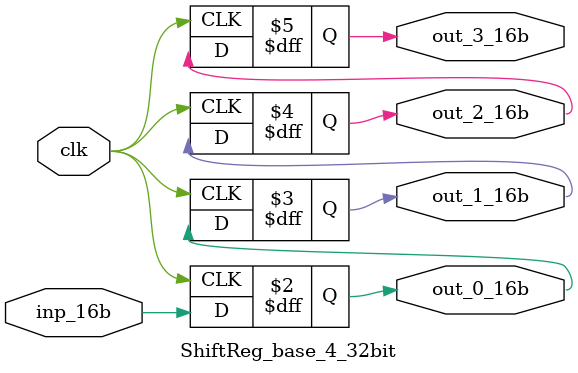
<source format=v>
module top(
//Inputs
  w_grad_y_1_stencil_stream_to_grad_xy_1_0_0,
  w_grad_y_1_stencil_stream_to_grad_xy_1_1_0,

  w_padded_1_stencil_stream_to_grad_x_1_0_0,
  w_padded_1_stencil_stream_to_grad_x_1_0_1,
  w_padded_1_stencil_stream_to_grad_x_1_0_2,
  w_padded_1_stencil_stream_to_grad_x_1_1_0,
  w_padded_1_stencil_stream_to_grad_x_1_1_1,
  w_padded_1_stencil_stream_to_grad_x_1_1_2,
  w_padded_1_stencil_stream_to_grad_x_1_2_0,
  w_padded_1_stencil_stream_to_grad_x_1_2_1,
  w_padded_1_stencil_stream_to_grad_x_1_2_2,
  w_padded_1_stencil_stream_to_grad_x_1_3_0,
  w_padded_1_stencil_stream_to_grad_x_1_3_1,
  w_padded_1_stencil_stream_to_grad_x_1_3_2,

  w_grad_x_1_stencil_stream_to_grad_xx_1_0_0,
  w_grad_x_1_stencil_stream_to_grad_xx_1_1_0,

  w_padded_1_stencil_update_stream_0_0,
  w_padded_1_stencil_update_stream_1_0,

//Outputs
  w_hw_output_1_stencil_stream_0_0,
  w_hw_output_1_stencil_stream_1_0,

  clk
);

//Inputs
input    w_grad_y_1_stencil_stream_to_grad_xy_1_0_0;
input    w_grad_y_1_stencil_stream_to_grad_xy_1_1_0;

input    w_padded_1_stencil_stream_to_grad_x_1_0_0;
input    w_padded_1_stencil_stream_to_grad_x_1_0_1;
input    w_padded_1_stencil_stream_to_grad_x_1_0_2;
input    w_padded_1_stencil_stream_to_grad_x_1_1_0;
input    w_padded_1_stencil_stream_to_grad_x_1_1_1;
input    w_padded_1_stencil_stream_to_grad_x_1_1_2;
input    w_padded_1_stencil_stream_to_grad_x_1_2_0;
input    w_padded_1_stencil_stream_to_grad_x_1_2_1;
input    w_padded_1_stencil_stream_to_grad_x_1_2_2;
input    w_padded_1_stencil_stream_to_grad_x_1_3_0;
input    w_padded_1_stencil_stream_to_grad_x_1_3_1;
input    w_padded_1_stencil_stream_to_grad_x_1_3_2;

input    w_grad_x_1_stencil_stream_to_grad_xx_1_0_0;
input    w_grad_x_1_stencil_stream_to_grad_xx_1_1_0;

input    w_padded_1_stencil_update_stream_0_0;
input    w_padded_1_stencil_update_stream_1_0;

//Outputs
output   w_hw_output_1_stencil_stream_0_0;
output   w_hw_output_1_stencil_stream_1_0;

input   clk;

wire   w_grad_yy_1_stencil_stream_0_0;
wire   w_grad_yy_1_stencil_stream_0_1;
wire   w_grad_yy_1_stencil_stream_0_2;
wire   w_grad_yy_1_stencil_stream_1_0;
wire   w_grad_yy_1_stencil_stream_1_1;
wire   w_grad_yy_1_stencil_stream_1_2;
wire   w_grad_yy_1_stencil_stream_2_0;
wire   w_grad_yy_1_stencil_stream_2_1;
wire   w_grad_yy_1_stencil_stream_2_2;
wire   w_grad_yy_1_stencil_stream_3_0;
wire   w_grad_yy_1_stencil_stream_3_1;
wire   w_grad_yy_1_stencil_stream_3_2;

wire   w_padded_1_stencil_stream_0_0;
wire   w_padded_1_stencil_stream_0_1;
wire   w_padded_1_stencil_stream_0_2;
wire   w_padded_1_stencil_stream_1_0;
wire   w_padded_1_stencil_stream_1_1;
wire   w_padded_1_stencil_stream_1_2;
wire   w_padded_1_stencil_stream_2_0;
wire   w_padded_1_stencil_stream_2_1;
wire   w_padded_1_stencil_stream_2_2;
wire   w_padded_1_stencil_stream_3_0;
wire   w_padded_1_stencil_stream_3_1;
wire   w_padded_1_stencil_stream_3_2;

wire   w_grad_xy_1_stencil_stream_0_0;
wire   w_grad_xy_1_stencil_stream_0_1;
wire   w_grad_xy_1_stencil_stream_0_2;
wire   w_grad_xy_1_stencil_stream_1_0;
wire   w_grad_xy_1_stencil_stream_1_1;
wire   w_grad_xy_1_stencil_stream_1_2;
wire   w_grad_xy_1_stencil_stream_2_0;
wire   w_grad_xy_1_stencil_stream_2_1;
wire   w_grad_xy_1_stencil_stream_2_2;
wire   w_grad_xy_1_stencil_stream_3_0;
wire   w_grad_xy_1_stencil_stream_3_1;
wire   w_grad_xy_1_stencil_stream_3_2;

wire   w_p2_cim_stencil_stream_0_0;
wire   w_p2_cim_stencil_stream_0_1;
wire   w_p2_cim_stencil_stream_0_2;
wire   w_p2_cim_stencil_stream_1_0;
wire   w_p2_cim_stencil_stream_1_1;
wire   w_p2_cim_stencil_stream_1_2;
wire   w_p2_cim_stencil_stream_2_0;
wire   w_p2_cim_stencil_stream_2_1;
wire   w_p2_cim_stencil_stream_2_2;
wire   w_p2_cim_stencil_stream_3_0;
wire   w_p2_cim_stencil_stream_3_1;
wire   w_p2_cim_stencil_stream_3_2;

wire   w_grad_y_1_stencil_stream_0_0;
wire   w_grad_y_1_stencil_stream_1_0;

wire   w_grad_xx_1_stencil_update_stream_0_0;
wire   w_grad_xx_1_stencil_update_stream_1_0;

wire   w_grad_yy_1_stencil_update_stream_0_0;
wire   w_grad_yy_1_stencil_update_stream_1_0;

wire   w_grad_xy_1_stencil_update_stream_0_0;
wire   w_grad_xy_1_stencil_update_stream_1_0;

wire   w_p2_cim_stencil_update_stream_0_0;
wire   w_p2_cim_stencil_update_stream_1_0;

wire   w_grad_gy_1_stencil_stream_0_0;
wire   w_grad_gy_1_stencil_stream_1_0;

wire   w_grad_xx_1_stencil_stream_0_0;
wire   w_grad_xx_1_stencil_stream_0_1;
wire   w_grad_xx_1_stencil_stream_0_2;
wire   w_grad_xx_1_stencil_stream_1_0;
wire   w_grad_xx_1_stencil_stream_1_1;
wire   w_grad_xx_1_stencil_stream_1_2;
wire   w_grad_xx_1_stencil_stream_2_0;
wire   w_grad_xx_1_stencil_stream_2_1;
wire   w_grad_xx_1_stencil_stream_2_2;
wire   w_grad_xx_1_stencil_stream_3_0;
wire   w_grad_xx_1_stencil_stream_3_1;
wire   w_grad_xx_1_stencil_stream_3_2;

wire   w_grad_x_1_stencil_stream_0_0;
wire   w_grad_x_1_stencil_stream_1_0;

wire   w_grad_gx_1_stencil_stream_0_0;
wire   w_grad_gx_1_stencil_stream_1_0;

wire   w_grad_gxy_1_stencil_stream_0_0;
wire   w_grad_gxy_1_stencil_stream_1_0;

wire   gnd;
assign gnd=1'b0;

LB_3_4_1_32bit_False LB__grad_yy_1_stencil_stream (
    .clk(clk),

    .in0(w_grad_yy_1_stencil_update_stream_0_0),

    .out0(w_grad_yy_1_stencil_stream_0_0),
    .out1(w_grad_yy_1_stencil_stream_0_1),
    .out2(w_grad_yy_1_stencil_stream_0_2),
    .out3(w_grad_yy_1_stencil_stream_1_0),
    .out4(w_grad_yy_1_stencil_stream_1_1),
    .out5(w_grad_yy_1_stencil_stream_1_2),
    .out6(w_grad_yy_1_stencil_stream_2_0),
    .out7(w_grad_yy_1_stencil_stream_2_1),
    .out8(w_grad_yy_1_stencil_stream_2_2),
    .out9(w_grad_yy_1_stencil_stream_3_0),
    .out10(w_grad_yy_1_stencil_stream_3_1),
    .out11(w_grad_yy_1_stencil_stream_3_2)
);

LB_3_4_1_8bit_False LB__padded_1_stencil_stream (
    .clk(clk),

    .in0(w_padded_1_stencil_update_stream_0_0),

    .out0(w_padded_1_stencil_stream_0_0),
    .out1(w_padded_1_stencil_stream_0_1),
    .out2(w_padded_1_stencil_stream_0_2),
    .out3(w_padded_1_stencil_stream_1_0),
    .out4(w_padded_1_stencil_stream_1_1),
    .out5(w_padded_1_stencil_stream_1_2),
    .out6(w_padded_1_stencil_stream_2_0),
    .out7(w_padded_1_stencil_stream_2_1),
    .out8(w_padded_1_stencil_stream_2_2),
    .out9(w_padded_1_stencil_stream_3_0),
    .out10(w_padded_1_stencil_stream_3_1),
    .out11(w_padded_1_stencil_stream_3_2)
);

LB_3_4_1_32bit_False LB__grad_xy_1_stencil_stream (
    .clk(clk),

    .in0(w_grad_xy_1_stencil_update_stream_1_0),

    .out0(w_grad_xy_1_stencil_stream_0_0),
    .out1(w_grad_xy_1_stencil_stream_0_1),
    .out2(w_grad_xy_1_stencil_stream_0_2),
    .out3(w_grad_xy_1_stencil_stream_1_0),
    .out4(w_grad_xy_1_stencil_stream_1_1),
    .out5(w_grad_xy_1_stencil_stream_1_2),
    .out6(w_grad_xy_1_stencil_stream_2_0),
    .out7(w_grad_xy_1_stencil_stream_2_1),
    .out8(w_grad_xy_1_stencil_stream_2_2),
    .out9(w_grad_xy_1_stencil_stream_3_0),
    .out10(w_grad_xy_1_stencil_stream_3_1),
    .out11(w_grad_xy_1_stencil_stream_3_2)
);

LB_3_4_1_16bit_False LB__p2_cim_stencil_stream (
    .clk(clk),

    .in0(w_p2_cim_stencil_update_stream_0_0),
    //.in1(w_p2_cim_stencil_update_stream_1_0),

    .out0(w_p2_cim_stencil_stream_0_0),
    .out1(w_p2_cim_stencil_stream_0_1),
    .out2(w_p2_cim_stencil_stream_0_2),
    .out3(w_p2_cim_stencil_stream_1_0),
    .out4(w_p2_cim_stencil_stream_1_1),
    .out5(w_p2_cim_stencil_stream_1_2),
    .out6(w_p2_cim_stencil_stream_2_0),
    .out7(w_p2_cim_stencil_stream_2_1),
    .out8(w_p2_cim_stencil_stream_2_2),
    .out9(w_p2_cim_stencil_stream_3_0),
    .out10(w_p2_cim_stencil_stream_3_1),
    .out11(w_p2_cim_stencil_stream_3_2)
);

kernel__grad_y_1_stencil_stream KERN__grad_y_1_stencil_stream (
    .w_padded_1_stencil_0_0(w_padded_1_stencil_stream_0_0),
    .w_padded_1_stencil_0_2(w_padded_1_stencil_stream_0_1),
    .w_padded_1_stencil_1_0(w_padded_1_stencil_stream_0_2),
    .w_padded_1_stencil_1_2(w_padded_1_stencil_stream_1_0),
    .w_padded_1_stencil_2_0(w_padded_1_stencil_stream_1_1),
    .w_padded_1_stencil_2_2(w_padded_1_stencil_stream_1_2),
    .w_padded_1_stencil_3_0(w_padded_1_stencil_stream_2_0),
    .w_padded_1_stencil_3_2(w_padded_1_stencil_stream_2_1),

    .out_w_grad_y_1_stencil_0_0(w_grad_y_1_stencil_stream_0_0),
    .out_w_grad_y_1_stencil_1_0(w_grad_y_1_stencil_stream_1_0),

    .clk(clk)
);

kernel__grad_xx_1_stencil_update_stream KERN__grad_xx_1_stencil_update_stream (
    .w_grad_x_1_stencil_0_0(w_grad_x_1_stencil_stream_to_grad_xx_1_0_0),
    .w_grad_x_1_stencil_1_0(w_grad_x_1_stencil_stream_to_grad_xx_1_1_0),

    .out_w_grad_xx_1_stencil_0_0(w_grad_xx_1_stencil_update_stream_0_0),
    .out_w_grad_xx_1_stencil_1_0(w_grad_xx_1_stencil_update_stream_1_0),

    .clk(clk)
);

kernel__grad_yy_1_stencil_update_stream KERN__grad_yy_1_stencil_update_stream (
    .w_grad_y_1_stencil_0_0(w_grad_y_1_stencil_stream_0_0),
    .w_grad_y_1_stencil_1_0(w_grad_y_1_stencil_stream_1_0),

    .out_w_grad_yy_1_stencil_0_0(w_grad_yy_1_stencil_update_stream_0_0),
    .out_w_grad_yy_1_stencil_1_0(w_grad_yy_1_stencil_update_stream_1_0),

    .clk(clk)
);

kernel__grad_xy_1_stencil_update_stream KERN__grad_xy_1_stencil_update_stream (
    .w_grad_x_1_stencil_0_0(w_grad_y_1_stencil_stream_to_grad_xy_1_0_0),
    .w_grad_x_1_stencil_1_0(w_grad_y_1_stencil_stream_to_grad_xy_1_1_0),
    .w_grad_y_1_stencil_0_0(w_grad_x_1_stencil_stream_0_0),
    .w_grad_y_1_stencil_1_0(w_grad_x_1_stencil_stream_1_0),

    .out_w_grad_xy_1_stencil_0_0(w_grad_xy_1_stencil_update_stream_0_0),
    .out_w_grad_xy_1_stencil_1_0(w_grad_xy_1_stencil_update_stream_1_0),

    .clk(clk)
);

kernel__p2_cim_stencil_update_stream KERN__p2_cim_stencil_update_stream (
    .w_grad_gx_1_stencil_0_0(w_grad_gy_1_stencil_stream_0_0),
    .w_grad_gx_1_stencil_1_0(w_grad_gy_1_stencil_stream_1_0),
    .w_grad_gxy_1_stencil_0_0(w_grad_gx_1_stencil_stream_0_0),
    .w_grad_gxy_1_stencil_1_0(w_grad_gx_1_stencil_stream_1_0),
    .w_grad_gy_1_stencil_0_0(w_grad_gxy_1_stencil_stream_0_0),
    .w_grad_gy_1_stencil_1_0(w_grad_gxy_1_stencil_stream_1_0),

    .out_w_p2_cim_stencil_0_0(w_p2_cim_stencil_update_stream_0_0),
    .out_w_p2_cim_stencil_1_0(w_p2_cim_stencil_update_stream_1_0),

    .clk(clk)
);

kernel__grad_gy_1_stencil_stream KERN__grad_gy_1_stencil_stream (
    .w_grad_yy_1_stencil_0_0(w_grad_yy_1_stencil_stream_0_0),
    .w_grad_yy_1_stencil_0_1(w_grad_yy_1_stencil_stream_0_1),
    .w_grad_yy_1_stencil_0_2(w_grad_yy_1_stencil_stream_0_2),
    .w_grad_yy_1_stencil_1_0(w_grad_yy_1_stencil_stream_1_0),
    .w_grad_yy_1_stencil_1_1(w_grad_yy_1_stencil_stream_1_1),
    .w_grad_yy_1_stencil_1_2(w_grad_yy_1_stencil_stream_1_2),
    .w_grad_yy_1_stencil_2_0(w_grad_yy_1_stencil_stream_2_0),
    .w_grad_yy_1_stencil_2_1(w_grad_yy_1_stencil_stream_2_1),
    .w_grad_yy_1_stencil_2_2(w_grad_yy_1_stencil_stream_2_2),
    .w_grad_yy_1_stencil_3_0(w_grad_yy_1_stencil_stream_3_0),
    .w_grad_yy_1_stencil_3_1(w_grad_yy_1_stencil_stream_3_1),
    .w_grad_yy_1_stencil_3_2(w_grad_yy_1_stencil_stream_3_2),

    .out_w_grad_gy_1_stencil_0_0(w_grad_gy_1_stencil_stream_0_0),
    .out_w_grad_gy_1_stencil_1_0(w_grad_gy_1_stencil_stream_1_0),

    .clk(clk)
);

LB_3_4_1_32bit_False LB__grad_xx_1_stencil_stream (
    .clk(clk),

    .in0(w_grad_xx_1_stencil_update_stream_0_0),

    .out0(w_grad_xx_1_stencil_stream_0_0),
    .out1(w_grad_xx_1_stencil_stream_0_1),
    .out2(w_grad_xx_1_stencil_stream_0_2),
    .out3(w_grad_xx_1_stencil_stream_1_0),
    .out4(w_grad_xx_1_stencil_stream_1_1),
    .out5(w_grad_xx_1_stencil_stream_1_2),
    .out6(w_grad_xx_1_stencil_stream_2_0),
    .out7(w_grad_xx_1_stencil_stream_2_1),
    .out8(w_grad_xx_1_stencil_stream_2_2),
    .out9(w_grad_xx_1_stencil_stream_3_0),
    .out10(w_grad_xx_1_stencil_stream_3_1),
    .out11(w_grad_xx_1_stencil_stream_3_2)
);

kernel__grad_gxy_1_stencil_stream KERN__grad_gxy_1_stencil_stream (
    .w_grad_xy_1_stencil_0_0(w_grad_xy_1_stencil_stream_0_0),
    .w_grad_xy_1_stencil_0_1(w_grad_xy_1_stencil_stream_0_1),
    .w_grad_xy_1_stencil_0_2(w_grad_xy_1_stencil_stream_0_2),
    .w_grad_xy_1_stencil_1_0(w_grad_xy_1_stencil_stream_1_0),
    .w_grad_xy_1_stencil_1_1(w_grad_xy_1_stencil_stream_1_1),
    .w_grad_xy_1_stencil_1_2(w_grad_xy_1_stencil_stream_1_2),
    .w_grad_xy_1_stencil_2_0(w_grad_xy_1_stencil_stream_2_0),
    .w_grad_xy_1_stencil_2_1(w_grad_xy_1_stencil_stream_2_1),
    .w_grad_xy_1_stencil_2_2(w_grad_xy_1_stencil_stream_2_2),
    .w_grad_xy_1_stencil_3_0(w_grad_xy_1_stencil_stream_3_0),
    .w_grad_xy_1_stencil_3_1(w_grad_xy_1_stencil_stream_3_1),
    .w_grad_xy_1_stencil_3_2(w_grad_xy_1_stencil_stream_3_2),

    .out_w_grad_gxy_1_stencil_0_0(w_grad_gxy_1_stencil_stream_0_0),
    .out_w_grad_gxy_1_stencil_1_0(w_grad_gxy_1_stencil_stream_1_0),

    .clk(clk)
);

kernel__hw_output_1_stencil_stream KERN__hw_output_1_stencil_stream (
    .w_p2_cim_stencil_0_0(w_p2_cim_stencil_stream_0_0),
    .w_p2_cim_stencil_0_1(w_p2_cim_stencil_stream_0_1),
    .w_p2_cim_stencil_0_2(w_p2_cim_stencil_stream_0_2),
    .w_p2_cim_stencil_1_0(w_p2_cim_stencil_stream_1_0),
    .w_p2_cim_stencil_1_1(w_p2_cim_stencil_stream_1_1),
    .w_p2_cim_stencil_1_2(w_p2_cim_stencil_stream_1_2),
    .w_p2_cim_stencil_2_0(w_p2_cim_stencil_stream_2_0),
    .w_p2_cim_stencil_2_1(w_p2_cim_stencil_stream_2_1),
    .w_p2_cim_stencil_2_2(w_p2_cim_stencil_stream_2_2),
    .w_p2_cim_stencil_3_0(w_p2_cim_stencil_stream_3_0),
    .w_p2_cim_stencil_3_1(w_p2_cim_stencil_stream_3_1),
    .w_p2_cim_stencil_3_2(w_p2_cim_stencil_stream_3_2),

    .out_w_hw_output_1_stencil_1_0(w_hw_output_1_stencil_stream_0_0),
    .out_w_hw_output_1_stencil_packed(w_hw_output_1_stencil_stream_1_0),

    .clk(clk)
);

kernel__grad_gx_1_stencil_stream KERN__grad_gx_1_stencil_stream (
    .w_grad_xx_1_stencil_0_0(w_grad_xx_1_stencil_stream_0_0),
    .w_grad_xx_1_stencil_0_1(w_grad_xx_1_stencil_stream_0_1),
    .w_grad_xx_1_stencil_0_2(w_grad_xx_1_stencil_stream_0_2),
    .w_grad_xx_1_stencil_1_0(w_grad_xx_1_stencil_stream_1_0),
    .w_grad_xx_1_stencil_1_1(w_grad_xx_1_stencil_stream_1_1),
    .w_grad_xx_1_stencil_1_2(w_grad_xx_1_stencil_stream_1_2),
    .w_grad_xx_1_stencil_2_0(w_grad_xx_1_stencil_stream_2_0),
    .w_grad_xx_1_stencil_2_1(w_grad_xx_1_stencil_stream_2_1),
    .w_grad_xx_1_stencil_2_2(w_grad_xx_1_stencil_stream_2_2),
    .w_grad_xx_1_stencil_3_0(w_grad_xx_1_stencil_stream_3_0),
    .w_grad_xx_1_stencil_3_1(w_grad_xx_1_stencil_stream_3_1),
    .w_grad_xx_1_stencil_3_2(w_grad_xx_1_stencil_stream_3_2),

    .out_w_grad_gx_1_stencil_0_0(w_grad_gx_1_stencil_stream_0_0),
    .out_w_grad_gx_1_stencil_1_0(w_grad_gx_1_stencil_stream_1_0),

    .clk(clk)
);

kernel__grad_x_1_stencil_stream KERN__grad_x_1_stencil_stream (
    .w_padded_1_stencil_0_0(w_padded_1_stencil_stream_to_grad_x_1_0_0),
    .w_padded_1_stencil_0_1(w_padded_1_stencil_stream_to_grad_x_1_0_1),
    .w_padded_1_stencil_0_2(w_padded_1_stencil_stream_to_grad_x_1_0_2),
    .w_padded_1_stencil_1_0(w_padded_1_stencil_stream_to_grad_x_1_1_0),
    .w_padded_1_stencil_1_1(w_padded_1_stencil_stream_to_grad_x_1_1_1),
    .w_padded_1_stencil_1_2(w_padded_1_stencil_stream_to_grad_x_1_1_2),
    .w_padded_1_stencil_2_0(w_padded_1_stencil_stream_to_grad_x_1_2_0),
    .w_padded_1_stencil_2_1(w_padded_1_stencil_stream_to_grad_x_1_2_1),
    .w_padded_1_stencil_2_2(w_padded_1_stencil_stream_to_grad_x_1_2_2),
    .w_padded_1_stencil_3_0(w_padded_1_stencil_stream_to_grad_x_1_3_0),
    .w_padded_1_stencil_3_1(w_padded_1_stencil_stream_to_grad_x_1_3_1),
    .w_padded_1_stencil_3_2(w_padded_1_stencil_stream_to_grad_x_1_3_2),

    .out_w_grad_x_1_stencil_0_0(w_grad_x_1_stencil_stream_0_0),
    .out_w_grad_x_1_stencil_1_0(w_grad_x_1_stencil_stream_1_0),

    .clk(clk)
);

endmodule



module kernel__grad_xx_1_stencil_update_stream(
//Inputs
  w_grad_x_1_stencil_0_0,
  w_grad_x_1_stencil_1_0,
//Outputs
  out_w_grad_xx_1_stencil_0_0,
  out_w_grad_xx_1_stencil_1_0,

  clk
);

//Inputs
input  w_grad_x_1_stencil_0_0;
input  w_grad_x_1_stencil_1_0;
//Outputs
output  out_w_grad_xx_1_stencil_1_0;
output  out_w_grad_xx_1_stencil_0_0;

input  clk;


wire  w_266;
wire  w_267;
wire  w_268;
wire  w_269;
wire  w_270;
wire  w_271;
wire  w_grad_xx_1_stencil_0_0;
wire  w_grad_xx_1_stencil_1_0;
wire   tmp_clk;

assign tmp_clk = clk;

//Assign results
assign out_w_grad_xx_1_stencil_1_0=w_grad_xx_1_stencil_1_0;
assign out_w_grad_xx_1_stencil_0_0=w_grad_xx_1_stencil_0_0;
assign  w_266  =  w_grad_x_1_stencil_0_0 ;
assign  w_267  =  w_266 ;
MULT_16b_pe mult_0 (
  .a(w_267),
  .b(1'b0),
  .c(w_268),
  .clk(clk)
);
assign  w_269  =  w_grad_x_1_stencil_1_0 ;
assign  w_270  =  w_269 ;
MULT_16b_pe mult_1 (
  .a(w_270),
  .b(1'b0),
  .c(w_271),
  .clk(clk)
);
assign  w_grad_xx_1_stencil_0_0  =  w_268 ;
assign  w_grad_xx_1_stencil_1_0  =  w_271 ;

endmodule







module kernel__p2_cim_stencil_update_stream(
//Inputs
  w_grad_gx_1_stencil_0_0,
  w_grad_gx_1_stencil_1_0,
  w_grad_gxy_1_stencil_0_0,
  w_grad_gxy_1_stencil_1_0,
  w_grad_gy_1_stencil_0_0,
  w_grad_gy_1_stencil_1_0,
//Outputs
  out_w_p2_cim_stencil_0_0,
  out_w_p2_cim_stencil_1_0,

  clk
);

//Inputs
input  w_grad_gy_1_stencil_0_0;
input  w_grad_gx_1_stencil_1_0;
input  w_grad_gy_1_stencil_1_0;
input  w_grad_gxy_1_stencil_1_0;
input  w_grad_gx_1_stencil_0_0;
input  w_grad_gxy_1_stencil_0_0;
//Outputs
output  out_w_p2_cim_stencil_1_0;
output  out_w_p2_cim_stencil_0_0;

input  clk;


wire  w_490;
wire  w_491;
wire  w_492;
wire  w_493;
wire  w_494;
wire  w_495;
wire  w_496;
wire  w_497;
wire  w_498;
wire  w_499;
wire  w_500;
wire  w_501;
wire  w_502;
wire  w_503;
wire  w_504;
wire  w_505;
wire  w_506;
wire  w_507;
wire  w_508;
wire  w_509;
wire  w_510;
wire  w_511;
wire  w_512;
wire  w_513;
wire  w_514;
wire  w_515;
wire  w_516;
wire  w_517;
wire  w_518;
wire  w_519;
wire  w_520;
wire  w_521;
wire  w_522;
wire  w_523;
wire  w_524;
wire  w_525;
wire  w_526;
wire  w_527;
wire  w_528;
wire  w_529;
wire  w_530;
wire  w_531;
wire  w_532;
wire  w_533;
wire  w_534;
wire  w_535;
wire  w_536;
wire  w_537;
wire  w_538;
wire  w_539;
wire  w_540;
wire  w_541;
wire  w_542;
wire  w_543;
wire  w_544;
wire  w_545;
wire  w_546;
wire  w_547;
wire  w_548;
wire  w_549;
wire  w_550;
wire  w_551;
wire  w_552;
wire  w_553;
wire  w_554;
wire  w_555;
wire  w_556;
wire  w_557;
wire  w_558;
wire  w_559;
wire  w_560;
wire  w_561;
wire  w_562;
wire  w_563;
wire  w_564;
wire  w_565;
wire  w_566;
wire  w_567;
wire  w_p2_cim_stencil_0_0;
wire  w_p2_cim_stencil_1_0;
wire   tmp_clk;

assign tmp_clk = clk;

//Assign results
assign out_w_p2_cim_stencil_1_0=w_p2_cim_stencil_1_0;
assign out_w_p2_cim_stencil_0_0=w_p2_cim_stencil_0_0;
assign  w_490  =  w_grad_gx_1_stencil_0_0 ;
assign  w_491  =  w_grad_gy_1_stencil_0_0 ;
assign  w_492  =  w_grad_gxy_1_stencil_0_0 ;
DIV_16b_pe div_0 (
  .a(w_490),
  .b(1'b0),
  .c(w_493),
  .clk(clk)
);
MULT_16b_pe mult_1 (
  .a(1'b0),
  .b(w_493),
  .c(w_494),
  .clk(clk)
);
SUB_16b_pe sub_2 (
  .a(w_490),
  .b(w_494),
  .c(w_495),
  .clk(clk)
);
LSHIFT_16b_pe lshift_3 (
  .a(1'b0),
  .b(w_495),
  .c(w_496),
  .clk(clk)
);
assign  w_497  = 1'b0;
AND_16b_pe and_4 (
  .a(w_496),
  .b(w_497),
  .c(w_498),
  .clk(clk)
);
SUB_16b_pe sub_5 (
  .a(w_498),
  .b(w_493),
  .c(w_499),
  .clk(clk)
);
assign  w_500  = 1'b0;
AND_16b_pe and_6 (
  .a(w_500),
  .b(w_496),
  .c(w_501),
  .clk(clk)
);
ADD_16b_pe add_7 (
  .a(w_499),
  .b(w_501),
  .c(w_502),
  .clk(clk)
);
assign  w_503  =  w_502 ;
DIV_16b_pe div_8 (
  .a(w_491),
  .b(1'b0),
  .c(w_504),
  .clk(clk)
);
MULT_16b_pe mult_9 (
  .a(w_504),
  .b(1'b0),
  .c(w_505),
  .clk(clk)
);
SUB_16b_pe sub_10 (
  .a(w_491),
  .b(w_505),
  .c(w_506),
  .clk(clk)
);
LSHIFT_16b_pe lshift_11 (
  .a(w_506),
  .b(1'b0),
  .c(w_507),
  .clk(clk)
);
AND_16b_pe and_12 (
  .a(w_507),
  .b(w_497),
  .c(w_508),
  .clk(clk)
);
SUB_16b_pe sub_13 (
  .a(w_504),
  .b(w_508),
  .c(w_509),
  .clk(clk)
);
AND_16b_pe and_14 (
  .a(w_507),
  .b(w_500),
  .c(w_510),
  .clk(clk)
);
ADD_16b_pe add_15 (
  .a(w_510),
  .b(w_509),
  .c(w_511),
  .clk(clk)
);
assign  w_512  =  w_511 ;
ADD_16b_pe add_16 (
  .a(w_503),
  .b(w_512),
  .c(w_513),
  .clk(clk)
);
MULT_16b_pe mult_17 (
  .a(w_503),
  .b(w_512),
  .c(w_514),
  .clk(clk)
);
DIV_16b_pe div_18 (
  .a(w_492),
  .b(1'b0),
  .c(w_515),
  .clk(clk)
);
MULT_16b_pe mult_19 (
  .a(w_515),
  .b(1'b0),
  .c(w_516),
  .clk(clk)
);
SUB_16b_pe sub_20 (
  .a(w_492),
  .b(w_516),
  .c(w_517),
  .clk(clk)
);
LSHIFT_16b_pe lshift_21 (
  .a(w_517),
  .b(1'b0),
  .c(w_518),
  .clk(clk)
);
AND_16b_pe and_22 (
  .a(w_518),
  .b(w_497),
  .c(w_519),
  .clk(clk)
);
SUB_16b_pe sub_23 (
  .a(w_515),
  .b(w_519),
  .c(w_520),
  .clk(clk)
);
AND_16b_pe and_24 (
  .a(w_518),
  .b(w_500),
  .c(w_521),
  .clk(clk)
);
ADD_16b_pe add_25 (
  .a(w_520),
  .b(w_521),
  .c(w_522),
  .clk(clk)
);
assign  w_523  =  w_522 ;
MULT_16b_pe mult_26 (
  .a(w_523),
  .b(1'b0),
  .c(w_524),
  .clk(clk)
);
SUB_16b_pe sub_27 (
  .a(w_524),
  .b(w_514),
  .c(w_525),
  .clk(clk)
);
MULT_16b_pe mult_28 (
  .a(1'b0),
  .b(w_513),
  .c(w_526),
  .clk(clk)
);
MULT_16b_pe mult_29 (
  .a(w_526),
  .b(w_513),
  .c(w_527),
  .clk(clk)
);
SUB_16b_pe sub_30 (
  .a(w_525),
  .b(w_527),
  .c(w_528),
  .clk(clk)
);
assign  w_529  =  w_grad_gx_1_stencil_1_0 ;
assign  w_530  =  w_grad_gy_1_stencil_1_0 ;
assign  w_531  =  w_grad_gxy_1_stencil_1_0 ;
DIV_16b_pe div_31 (
  .a(1'b0),
  .b(w_529),
  .c(w_532),
  .clk(clk)
);
MULT_16b_pe mult_32 (
  .a(w_532),
  .b(1'b0),
  .c(w_533),
  .clk(clk)
);
SUB_16b_pe sub_33 (
  .a(w_533),
  .b(w_529),
  .c(w_534),
  .clk(clk)
);
LSHIFT_16b_pe lshift_34 (
  .a(1'b0),
  .b(w_534),
  .c(w_535),
  .clk(clk)
);
assign  w_536  = 1'b0;
AND_16b_pe and_35 (
  .a(w_536),
  .b(w_535),
  .c(w_537),
  .clk(clk)
);
SUB_16b_pe sub_36 (
  .a(w_532),
  .b(w_537),
  .c(w_538),
  .clk(clk)
);
assign  w_539  = 1'b0;
AND_16b_pe and_37 (
  .a(w_539),
  .b(w_535),
  .c(w_540),
  .clk(clk)
);
ADD_16b_pe add_38 (
  .a(w_540),
  .b(w_538),
  .c(w_541),
  .clk(clk)
);
assign  w_542  =  w_541 ;
DIV_16b_pe div_39 (
  .a(1'b0),
  .b(w_530),
  .c(w_543),
  .clk(clk)
);
MULT_16b_pe mult_40 (
  .a(w_543),
  .b(1'b0),
  .c(w_544),
  .clk(clk)
);
SUB_16b_pe sub_41 (
  .a(w_530),
  .b(w_544),
  .c(w_545),
  .clk(clk)
);
LSHIFT_16b_pe lshift_42 (
  .a(1'b0),
  .b(w_545),
  .c(w_546),
  .clk(clk)
);
AND_16b_pe and_43 (
  .a(w_546),
  .b(w_536),
  .c(w_547),
  .clk(clk)
);
SUB_16b_pe sub_44 (
  .a(w_543),
  .b(w_547),
  .c(w_548),
  .clk(clk)
);
AND_16b_pe and_45 (
  .a(w_539),
  .b(w_546),
  .c(w_549),
  .clk(clk)
);
ADD_16b_pe add_46 (
  .a(w_548),
  .b(w_549),
  .c(w_550),
  .clk(clk)
);
assign  w_551  =  w_550 ;
ADD_16b_pe add_47 (
  .a(w_542),
  .b(w_551),
  .c(w_552),
  .clk(clk)
);
MULT_16b_pe mult_48 (
  .a(w_542),
  .b(w_551),
  .c(w_553),
  .clk(clk)
);
DIV_16b_pe div_49 (
  .a(w_531),
  .b(1'b0),
  .c(w_554),
  .clk(clk)
);
MULT_16b_pe mult_50 (
  .a(1'b0),
  .b(w_554),
  .c(w_555),
  .clk(clk)
);
SUB_16b_pe sub_51 (
  .a(w_531),
  .b(w_555),
  .c(w_556),
  .clk(clk)
);
LSHIFT_16b_pe lshift_52 (
  .a(1'b0),
  .b(w_556),
  .c(w_557),
  .clk(clk)
);
AND_16b_pe and_53 (
  .a(w_536),
  .b(w_557),
  .c(w_558),
  .clk(clk)
);
SUB_16b_pe sub_54 (
  .a(w_558),
  .b(w_554),
  .c(w_559),
  .clk(clk)
);
AND_16b_pe and_55 (
  .a(w_539),
  .b(w_557),
  .c(w_560),
  .clk(clk)
);
ADD_16b_pe add_56 (
  .a(w_559),
  .b(w_560),
  .c(w_561),
  .clk(clk)
);
assign  w_562  =  w_561 ;
MULT_16b_pe mult_57 (
  .a(w_562),
  .b(1'b0),
  .c(w_563),
  .clk(clk)
);
SUB_16b_pe sub_58 (
  .a(w_553),
  .b(w_563),
  .c(w_564),
  .clk(clk)
);
MULT_16b_pe mult_59 (
  .a(1'b0),
  .b(w_552),
  .c(w_565),
  .clk(clk)
);
MULT_16b_pe mult_60 (
  .a(w_552),
  .b(w_565),
  .c(w_566),
  .clk(clk)
);
SUB_16b_pe sub_61 (
  .a(w_564),
  .b(w_566),
  .c(w_567),
  .clk(clk)
);
assign  w_p2_cim_stencil_0_0  =  w_528 ;
assign  w_p2_cim_stencil_1_0  =  w_567 ;

endmodule







module kernel__grad_x_1_stencil_stream(
//Inputs
  w_padded_1_stencil_0_0,
  w_padded_1_stencil_0_1,
  w_padded_1_stencil_0_2,
  w_padded_1_stencil_1_0,
  w_padded_1_stencil_1_1,
  w_padded_1_stencil_1_2,
  w_padded_1_stencil_2_0,
  w_padded_1_stencil_2_1,
  w_padded_1_stencil_2_2,
  w_padded_1_stencil_3_0,
  w_padded_1_stencil_3_1,
  w_padded_1_stencil_3_2,
//Outputs
  out_w_grad_x_1_stencil_0_0,
  out_w_grad_x_1_stencil_1_0,

  clk
);

//Inputs
input  w_padded_1_stencil_3_0;
input  w_padded_1_stencil_3_1;
input  w_padded_1_stencil_3_2;
input  w_padded_1_stencil_2_1;
input  w_padded_1_stencil_2_0;
input  w_padded_1_stencil_2_2;
input  w_padded_1_stencil_1_2;
input  w_padded_1_stencil_1_0;
input  w_padded_1_stencil_1_1;
input  w_padded_1_stencil_0_2;
input  w_padded_1_stencil_0_1;
input  w_padded_1_stencil_0_0;
//Outputs
output  out_w_grad_x_1_stencil_0_0;
output  out_w_grad_x_1_stencil_1_0;

input  clk;


wire  w_226;
wire  w_227;
wire  w_228;
wire  w_229;
wire  w_230;
wire  w_231;
wire  w_232;
wire  w_233;
wire  w_234;
wire  w_235;
wire  w_236;
wire  w_237;
wire  w_238;
wire  w_239;
wire  w_240;
wire  w_241;
wire  w_242;
wire  w_243;
wire  w_244;
wire  w_245;
wire  w_246;
wire  w_247;
wire  w_248;
wire  w_249;
wire  w_250;
wire  w_251;
wire  w_252;
wire  w_253;
wire  w_254;
wire  w_255;
wire  w_256;
wire  w_257;
wire  w_258;
wire  w_259;
wire  w_260;
wire  w_261;
wire  w_262;
wire  w_263;
wire  w_264;
wire  w_265;
wire  w_grad_x_1_stencil_0_0;
wire  w_grad_x_1_stencil_1_0;
wire   tmp_clk;

assign tmp_clk = clk;

//Assign results
assign out_w_grad_x_1_stencil_0_0=w_grad_x_1_stencil_0_0;
assign out_w_grad_x_1_stencil_1_0=w_grad_x_1_stencil_1_0;
assign  w_226  =  w_padded_1_stencil_2_0 ;
assign  w_227  =  w_226 ;
assign  w_228  =  w_padded_1_stencil_0_0 ;
assign  w_229  =  w_228 ;
SUB_16b_pe sub_0 (
  .a(w_227),
  .b(w_229),
  .c(w_230),
  .clk(clk)
);
assign  w_231  =  w_padded_1_stencil_0_1 ;
assign  w_232  =  w_231 ;
assign  w_233  = 1'b0;
MULT_16b_pe mult_1 (
  .a(w_232),
  .b(w_233),
  .c(w_234),
  .clk(clk)
);
SUB_16b_pe sub_2 (
  .a(w_230),
  .b(w_234),
  .c(w_235),
  .clk(clk)
);
assign  w_236  =  w_padded_1_stencil_2_1 ;
assign  w_237  =  w_236 ;
MULT_16b_pe mult_3 (
  .a(w_233),
  .b(w_237),
  .c(w_238),
  .clk(clk)
);
ADD_16b_pe add_4 (
  .a(w_238),
  .b(w_235),
  .c(w_239),
  .clk(clk)
);
assign  w_240  =  w_padded_1_stencil_0_2 ;
assign  w_241  =  w_240 ;
SUB_16b_pe sub_5 (
  .a(w_239),
  .b(w_241),
  .c(w_242),
  .clk(clk)
);
assign  w_243  =  w_padded_1_stencil_2_2 ;
assign  w_244  =  w_243 ;
ADD_16b_pe add_6 (
  .a(w_244),
  .b(w_242),
  .c(w_245),
  .clk(clk)
);
assign  w_246  =  w_padded_1_stencil_3_0 ;
assign  w_247  =  w_246 ;
assign  w_248  =  w_padded_1_stencil_1_0 ;
assign  w_249  =  w_248 ;
SUB_16b_pe sub_7 (
  .a(w_247),
  .b(w_249),
  .c(w_250),
  .clk(clk)
);
assign  w_251  =  w_padded_1_stencil_1_1 ;
assign  w_252  =  w_251 ;
assign  w_253  = 1'b0;
MULT_16b_pe mult_8 (
  .a(w_252),
  .b(w_253),
  .c(w_254),
  .clk(clk)
);
SUB_16b_pe sub_9 (
  .a(w_254),
  .b(w_250),
  .c(w_255),
  .clk(clk)
);
assign  w_256  =  w_padded_1_stencil_3_1 ;
assign  w_257  =  w_256 ;
MULT_16b_pe mult_10 (
  .a(w_257),
  .b(w_253),
  .c(w_258),
  .clk(clk)
);
ADD_16b_pe add_11 (
  .a(w_255),
  .b(w_258),
  .c(w_259),
  .clk(clk)
);
assign  w_260  =  w_padded_1_stencil_1_2 ;
assign  w_261  =  w_260 ;
SUB_16b_pe sub_12 (
  .a(w_261),
  .b(w_259),
  .c(w_262),
  .clk(clk)
);
assign  w_263  =  w_padded_1_stencil_3_2 ;
assign  w_264  =  w_263 ;
ADD_16b_pe add_13 (
  .a(w_262),
  .b(w_264),
  .c(w_265),
  .clk(clk)
);
assign  w_grad_x_1_stencil_0_0  =  w_245 ;
assign  w_grad_x_1_stencil_1_0  =  w_265 ;

endmodule







module kernel__grad_gx_1_stencil_stream(
//Inputs
  w_grad_xx_1_stencil_0_0,
  w_grad_xx_1_stencil_0_1,
  w_grad_xx_1_stencil_0_2,
  w_grad_xx_1_stencil_1_0,
  w_grad_xx_1_stencil_1_1,
  w_grad_xx_1_stencil_1_2,
  w_grad_xx_1_stencil_2_0,
  w_grad_xx_1_stencil_2_1,
  w_grad_xx_1_stencil_2_2,
  w_grad_xx_1_stencil_3_0,
  w_grad_xx_1_stencil_3_1,
  w_grad_xx_1_stencil_3_2,
//Outputs
  out_w_grad_gx_1_stencil_0_0,
  out_w_grad_gx_1_stencil_1_0,

  clk
);

//Inputs
input  w_grad_xx_1_stencil_2_1;
input  w_grad_xx_1_stencil_2_0;
input  w_grad_xx_1_stencil_2_2;
input  w_grad_xx_1_stencil_3_0;
input  w_grad_xx_1_stencil_3_1;
input  w_grad_xx_1_stencil_3_2;
input  w_grad_xx_1_stencil_0_2;
input  w_grad_xx_1_stencil_0_1;
input  w_grad_xx_1_stencil_0_0;
input  w_grad_xx_1_stencil_1_2;
input  w_grad_xx_1_stencil_1_0;
input  w_grad_xx_1_stencil_1_1;
//Outputs
output  out_w_grad_gx_1_stencil_0_0;
output  out_w_grad_gx_1_stencil_1_0;

input  clk;


wire  r0_w_grad_gx_1_stencil_0_0;
wire  r0_w_grad_gx_1_stencil_1_0;
wire  r1_w_grad_gx_1_stencil_0_0;
wire  r1_w_grad_gx_1_stencil_1_0;
wire  r2_w_grad_gx_1_stencil_0_0;
wire  r2_w_grad_gx_1_stencil_1_0;
wire  r3_w_grad_gx_1_stencil_0_0;
wire  r3_w_grad_gx_1_stencil_1_0;
wire  r4_w_grad_gx_1_stencil_0_0;
wire  r4_w_grad_gx_1_stencil_1_0;
wire  r5_w_grad_gx_1_stencil_0_0;
wire  r5_w_grad_gx_1_stencil_1_0;
wire  r6_w_grad_gx_1_stencil_0_0;
wire  r6_w_grad_gx_1_stencil_1_0;
wire  r7_w_grad_gx_1_stencil_0_0;
wire  r7_w_grad_gx_1_stencil_1_0;
wire  r8_w_grad_gx_1_stencil_0_0;
wire  r8_w_grad_gx_1_stencil_1_0;
wire  w_272;
wire  w_273;
wire  w_274;
wire  w_275;
wire  w_276;
wire  w_277;
wire  w_278;
wire  w_279;
wire  w_280;
wire  w_281;
wire  w_282;
wire  w_283;
wire  w_284;
wire  w_285;
wire  w_286;
wire  w_287;
wire  w_288;
wire  w_289;
wire  w_290;
wire  w_291;
wire  w_292;
wire  w_293;
wire  w_294;
wire  w_295;
wire  w_296;
wire  w_297;
wire  w_298;
wire  w_299;
wire  w_300;
wire  w_301;
wire  w_302;
wire  w_303;
wire  w_304;
wire  w_305;
wire  w_306;
wire  w_307;
wire  w_308;
wire  w_309;
wire  w_310;
wire  w_311;
wire  w_312;
wire  w_313;
wire  w_314;
wire  w_315;
wire  w_316;
wire  w_317;
wire  w_318;
wire  w_319;
wire  w_320;
wire  w_321;
wire  w_322;
wire  w_323;
wire  w_324;
wire  w_325;
wire  w_grad_gx_1_stencil_0_0;
wire  w_grad_gx_1_stencil_1_0;
wire   tmp_clk;

assign tmp_clk = clk;

//Assign results
assign out_w_grad_gx_1_stencil_0_0=r8_w_grad_gx_1_stencil_0_0;
assign out_w_grad_gx_1_stencil_1_0=r8_w_grad_gx_1_stencil_1_0;
assign  r0_w_grad_gx_1_stencil_0_0  =  w_274 ;
assign  r0_w_grad_gx_1_stencil_1_0  =  w_301 ;
assign  r1_w_grad_gx_1_stencil_0_0  =  w_277 ;
assign  r1_w_grad_gx_1_stencil_1_0  =  w_304 ;
assign  r2_w_grad_gx_1_stencil_0_0  =  w_280 ;
assign  r2_w_grad_gx_1_stencil_1_0  =  w_307 ;
assign  r3_w_grad_gx_1_stencil_0_0  =  w_283 ;
assign  r3_w_grad_gx_1_stencil_1_0  =  w_310 ;
assign  r4_w_grad_gx_1_stencil_0_0  =  w_286 ;
assign  r4_w_grad_gx_1_stencil_1_0  =  w_313 ;
assign  r5_w_grad_gx_1_stencil_0_0  =  w_289 ;
assign  r5_w_grad_gx_1_stencil_1_0  =  w_316 ;
assign  r6_w_grad_gx_1_stencil_0_0  =  w_292 ;
assign  r6_w_grad_gx_1_stencil_1_0  =  w_319 ;
assign  r7_w_grad_gx_1_stencil_0_0  =  w_295 ;
assign  r7_w_grad_gx_1_stencil_1_0  =  w_322 ;
assign  r8_w_grad_gx_1_stencil_0_0  =  w_298 ;
assign  r8_w_grad_gx_1_stencil_1_0  =  w_325 ;
assign  w_272  = 1'b0;
assign  w_273  =  w_grad_xx_1_stencil_0_0 ;
ADD_16b_pe add_0 (
  .a(w_272),
  .b(w_273),
  .c(w_274),
  .clk(clk)
);
assign  w_275  =  r0_w_grad_gx_1_stencil_0_0 ;
assign  w_276  =  w_grad_xx_1_stencil_1_0 ;
ADD_16b_pe add_1 (
  .a(w_275),
  .b(w_276),
  .c(w_277),
  .clk(clk)
);
assign  w_278  =  r1_w_grad_gx_1_stencil_0_0 ;
assign  w_279  =  w_grad_xx_1_stencil_2_0 ;
ADD_16b_pe add_2 (
  .a(w_278),
  .b(w_279),
  .c(w_280),
  .clk(clk)
);
assign  w_281  =  r2_w_grad_gx_1_stencil_0_0 ;
assign  w_282  =  w_grad_xx_1_stencil_0_1 ;
ADD_16b_pe add_3 (
  .a(w_281),
  .b(w_282),
  .c(w_283),
  .clk(clk)
);
assign  w_284  =  r3_w_grad_gx_1_stencil_0_0 ;
assign  w_285  =  w_grad_xx_1_stencil_1_1 ;
ADD_16b_pe add_4 (
  .a(w_285),
  .b(w_284),
  .c(w_286),
  .clk(clk)
);
assign  w_287  =  r4_w_grad_gx_1_stencil_0_0 ;
assign  w_288  =  w_grad_xx_1_stencil_2_1 ;
ADD_16b_pe add_5 (
  .a(w_288),
  .b(w_287),
  .c(w_289),
  .clk(clk)
);
assign  w_290  =  r5_w_grad_gx_1_stencil_0_0 ;
assign  w_291  =  w_grad_xx_1_stencil_0_2 ;
ADD_16b_pe add_6 (
  .a(w_290),
  .b(w_291),
  .c(w_292),
  .clk(clk)
);
assign  w_293  =  r6_w_grad_gx_1_stencil_0_0 ;
assign  w_294  =  w_grad_xx_1_stencil_1_2 ;
ADD_16b_pe add_7 (
  .a(w_293),
  .b(w_294),
  .c(w_295),
  .clk(clk)
);
assign  w_296  =  r7_w_grad_gx_1_stencil_0_0 ;
assign  w_297  =  w_grad_xx_1_stencil_2_2 ;
ADD_16b_pe add_8 (
  .a(w_296),
  .b(w_297),
  .c(w_298),
  .clk(clk)
);
assign  w_299  = 1'b0;
assign  w_300  =  w_grad_xx_1_stencil_1_0 ;
ADD_16b_pe add_9 (
  .a(w_300),
  .b(w_299),
  .c(w_301),
  .clk(clk)
);
assign  w_302  =  r0_w_grad_gx_1_stencil_1_0 ;
assign  w_303  =  w_grad_xx_1_stencil_2_0 ;
ADD_16b_pe add_10 (
  .a(w_302),
  .b(w_303),
  .c(w_304),
  .clk(clk)
);
assign  w_305  =  r1_w_grad_gx_1_stencil_1_0 ;
assign  w_306  =  w_grad_xx_1_stencil_3_0 ;
ADD_16b_pe add_11 (
  .a(w_305),
  .b(w_306),
  .c(w_307),
  .clk(clk)
);
assign  w_308  =  r2_w_grad_gx_1_stencil_1_0 ;
assign  w_309  =  w_grad_xx_1_stencil_1_1 ;
ADD_16b_pe add_12 (
  .a(w_308),
  .b(w_309),
  .c(w_310),
  .clk(clk)
);
assign  w_311  =  r3_w_grad_gx_1_stencil_1_0 ;
assign  w_312  =  w_grad_xx_1_stencil_2_1 ;
ADD_16b_pe add_13 (
  .a(w_312),
  .b(w_311),
  .c(w_313),
  .clk(clk)
);
assign  w_314  =  r4_w_grad_gx_1_stencil_1_0 ;
assign  w_315  =  w_grad_xx_1_stencil_3_1 ;
ADD_16b_pe add_14 (
  .a(w_315),
  .b(w_314),
  .c(w_316),
  .clk(clk)
);
assign  w_317  =  r5_w_grad_gx_1_stencil_1_0 ;
assign  w_318  =  w_grad_xx_1_stencil_1_2 ;
ADD_16b_pe add_15 (
  .a(w_317),
  .b(w_318),
  .c(w_319),
  .clk(clk)
);
assign  w_320  =  r6_w_grad_gx_1_stencil_1_0 ;
assign  w_321  =  w_grad_xx_1_stencil_2_2 ;
ADD_16b_pe add_16 (
  .a(w_320),
  .b(w_321),
  .c(w_322),
  .clk(clk)
);
assign  w_323  =  r7_w_grad_gx_1_stencil_1_0 ;
assign  w_324  =  w_grad_xx_1_stencil_3_2 ;
ADD_16b_pe add_17 (
  .a(w_323),
  .b(w_324),
  .c(w_325),
  .clk(clk)
);
assign  w_grad_gx_1_stencil_0_0  = 1'b0;
assign  w_grad_gx_1_stencil_1_0  = 1'b0;

endmodule







module kernel__grad_gy_1_stencil_stream(
//Inputs
  w_grad_yy_1_stencil_0_0,
  w_grad_yy_1_stencil_0_1,
  w_grad_yy_1_stencil_0_2,
  w_grad_yy_1_stencil_1_0,
  w_grad_yy_1_stencil_1_1,
  w_grad_yy_1_stencil_1_2,
  w_grad_yy_1_stencil_2_0,
  w_grad_yy_1_stencil_2_1,
  w_grad_yy_1_stencil_2_2,
  w_grad_yy_1_stencil_3_0,
  w_grad_yy_1_stencil_3_1,
  w_grad_yy_1_stencil_3_2,
//Outputs
  out_w_grad_gy_1_stencil_0_0,
  out_w_grad_gy_1_stencil_1_0,

  clk
);

//Inputs
input  w_grad_yy_1_stencil_0_1;
input  w_grad_yy_1_stencil_0_0;
input  w_grad_yy_1_stencil_0_2;
input  w_grad_yy_1_stencil_3_2;
input  w_grad_yy_1_stencil_3_0;
input  w_grad_yy_1_stencil_3_1;
input  w_grad_yy_1_stencil_1_0;
input  w_grad_yy_1_stencil_1_1;
input  w_grad_yy_1_stencil_1_2;
input  w_grad_yy_1_stencil_2_2;
input  w_grad_yy_1_stencil_2_1;
input  w_grad_yy_1_stencil_2_0;
//Outputs
output  out_w_grad_gy_1_stencil_1_0;
output  out_w_grad_gy_1_stencil_0_0;

input  clk;


wire  r0_w_grad_gy_1_stencil_0_0;
wire  r0_w_grad_gy_1_stencil_1_0;
wire  r1_w_grad_gy_1_stencil_0_0;
wire  r1_w_grad_gy_1_stencil_1_0;
wire  r2_w_grad_gy_1_stencil_0_0;
wire  r2_w_grad_gy_1_stencil_1_0;
wire  r3_w_grad_gy_1_stencil_0_0;
wire  r3_w_grad_gy_1_stencil_1_0;
wire  r4_w_grad_gy_1_stencil_0_0;
wire  r4_w_grad_gy_1_stencil_1_0;
wire  r5_w_grad_gy_1_stencil_0_0;
wire  r5_w_grad_gy_1_stencil_1_0;
wire  r6_w_grad_gy_1_stencil_0_0;
wire  r6_w_grad_gy_1_stencil_1_0;
wire  r7_w_grad_gy_1_stencil_0_0;
wire  r7_w_grad_gy_1_stencil_1_0;
wire  r8_w_grad_gy_1_stencil_0_0;
wire  r8_w_grad_gy_1_stencil_1_0;
wire  w_436;
wire  w_437;
wire  w_438;
wire  w_439;
wire  w_440;
wire  w_441;
wire  w_442;
wire  w_443;
wire  w_444;
wire  w_445;
wire  w_446;
wire  w_447;
wire  w_448;
wire  w_449;
wire  w_450;
wire  w_451;
wire  w_452;
wire  w_453;
wire  w_454;
wire  w_455;
wire  w_456;
wire  w_457;
wire  w_458;
wire  w_459;
wire  w_460;
wire  w_461;
wire  w_462;
wire  w_463;
wire  w_464;
wire  w_465;
wire  w_466;
wire  w_467;
wire  w_468;
wire  w_469;
wire  w_470;
wire  w_471;
wire  w_472;
wire  w_473;
wire  w_474;
wire  w_475;
wire  w_476;
wire  w_477;
wire  w_478;
wire  w_479;
wire  w_480;
wire  w_481;
wire  w_482;
wire  w_483;
wire  w_484;
wire  w_485;
wire  w_486;
wire  w_487;
wire  w_488;
wire  w_489;
wire  w_grad_gy_1_stencil_0_0;
wire  w_grad_gy_1_stencil_1_0;
wire   tmp_clk;

assign tmp_clk = clk;

//Assign results
assign out_w_grad_gy_1_stencil_1_0=r8_w_grad_gy_1_stencil_1_0;
assign out_w_grad_gy_1_stencil_0_0=r8_w_grad_gy_1_stencil_0_0;
assign  r0_w_grad_gy_1_stencil_0_0  =  w_438 ;
assign  r0_w_grad_gy_1_stencil_1_0  =  w_465 ;
assign  r1_w_grad_gy_1_stencil_0_0  =  w_441 ;
assign  r1_w_grad_gy_1_stencil_1_0  =  w_468 ;
assign  r2_w_grad_gy_1_stencil_0_0  =  w_444 ;
assign  r2_w_grad_gy_1_stencil_1_0  =  w_471 ;
assign  r3_w_grad_gy_1_stencil_0_0  =  w_447 ;
assign  r3_w_grad_gy_1_stencil_1_0  =  w_474 ;
assign  r4_w_grad_gy_1_stencil_0_0  =  w_450 ;
assign  r4_w_grad_gy_1_stencil_1_0  =  w_477 ;
assign  r5_w_grad_gy_1_stencil_0_0  =  w_453 ;
assign  r5_w_grad_gy_1_stencil_1_0  =  w_480 ;
assign  r6_w_grad_gy_1_stencil_0_0  =  w_456 ;
assign  r6_w_grad_gy_1_stencil_1_0  =  w_483 ;
assign  r7_w_grad_gy_1_stencil_0_0  =  w_459 ;
assign  r7_w_grad_gy_1_stencil_1_0  =  w_486 ;
assign  r8_w_grad_gy_1_stencil_0_0  =  w_462 ;
assign  r8_w_grad_gy_1_stencil_1_0  =  w_489 ;
assign  w_436  = 1'b0;
assign  w_437  =  w_grad_yy_1_stencil_0_0 ;
ADD_16b_pe add_0 (
  .a(w_436),
  .b(w_437),
  .c(w_438),
  .clk(clk)
);
assign  w_439  =  r0_w_grad_gy_1_stencil_0_0 ;
assign  w_440  =  w_grad_yy_1_stencil_1_0 ;
ADD_16b_pe add_1 (
  .a(w_439),
  .b(w_440),
  .c(w_441),
  .clk(clk)
);
assign  w_442  =  r1_w_grad_gy_1_stencil_0_0 ;
assign  w_443  =  w_grad_yy_1_stencil_2_0 ;
ADD_16b_pe add_2 (
  .a(w_443),
  .b(w_442),
  .c(w_444),
  .clk(clk)
);
assign  w_445  =  r2_w_grad_gy_1_stencil_0_0 ;
assign  w_446  =  w_grad_yy_1_stencil_0_1 ;
ADD_16b_pe add_3 (
  .a(w_446),
  .b(w_445),
  .c(w_447),
  .clk(clk)
);
assign  w_448  =  r3_w_grad_gy_1_stencil_0_0 ;
assign  w_449  =  w_grad_yy_1_stencil_1_1 ;
ADD_16b_pe add_4 (
  .a(w_449),
  .b(w_448),
  .c(w_450),
  .clk(clk)
);
assign  w_451  =  r4_w_grad_gy_1_stencil_0_0 ;
assign  w_452  =  w_grad_yy_1_stencil_2_1 ;
ADD_16b_pe add_5 (
  .a(w_451),
  .b(w_452),
  .c(w_453),
  .clk(clk)
);
assign  w_454  =  r5_w_grad_gy_1_stencil_0_0 ;
assign  w_455  =  w_grad_yy_1_stencil_0_2 ;
ADD_16b_pe add_6 (
  .a(w_454),
  .b(w_455),
  .c(w_456),
  .clk(clk)
);
assign  w_457  =  r6_w_grad_gy_1_stencil_0_0 ;
assign  w_458  =  w_grad_yy_1_stencil_1_2 ;
ADD_16b_pe add_7 (
  .a(w_457),
  .b(w_458),
  .c(w_459),
  .clk(clk)
);
assign  w_460  =  r7_w_grad_gy_1_stencil_0_0 ;
assign  w_461  =  w_grad_yy_1_stencil_2_2 ;
ADD_16b_pe add_8 (
  .a(w_461),
  .b(w_460),
  .c(w_462),
  .clk(clk)
);
assign  w_463  = 1'b0;
assign  w_464  =  w_grad_yy_1_stencil_1_0 ;
ADD_16b_pe add_9 (
  .a(w_464),
  .b(w_463),
  .c(w_465),
  .clk(clk)
);
assign  w_466  =  r0_w_grad_gy_1_stencil_1_0 ;
assign  w_467  =  w_grad_yy_1_stencil_2_0 ;
ADD_16b_pe add_10 (
  .a(w_467),
  .b(w_466),
  .c(w_468),
  .clk(clk)
);
assign  w_469  =  r1_w_grad_gy_1_stencil_1_0 ;
assign  w_470  =  w_grad_yy_1_stencil_3_0 ;
ADD_16b_pe add_11 (
  .a(w_469),
  .b(w_470),
  .c(w_471),
  .clk(clk)
);
assign  w_472  =  r2_w_grad_gy_1_stencil_1_0 ;
assign  w_473  =  w_grad_yy_1_stencil_1_1 ;
ADD_16b_pe add_12 (
  .a(w_472),
  .b(w_473),
  .c(w_474),
  .clk(clk)
);
assign  w_475  =  r3_w_grad_gy_1_stencil_1_0 ;
assign  w_476  =  w_grad_yy_1_stencil_2_1 ;
ADD_16b_pe add_13 (
  .a(w_476),
  .b(w_475),
  .c(w_477),
  .clk(clk)
);
assign  w_478  =  r4_w_grad_gy_1_stencil_1_0 ;
assign  w_479  =  w_grad_yy_1_stencil_3_1 ;
ADD_16b_pe add_14 (
  .a(w_478),
  .b(w_479),
  .c(w_480),
  .clk(clk)
);
assign  w_481  =  r5_w_grad_gy_1_stencil_1_0 ;
assign  w_482  =  w_grad_yy_1_stencil_1_2 ;
ADD_16b_pe add_15 (
  .a(w_482),
  .b(w_481),
  .c(w_483),
  .clk(clk)
);
assign  w_484  =  r6_w_grad_gy_1_stencil_1_0 ;
assign  w_485  =  w_grad_yy_1_stencil_2_2 ;
ADD_16b_pe add_16 (
  .a(w_485),
  .b(w_484),
  .c(w_486),
  .clk(clk)
);
assign  w_487  =  r7_w_grad_gy_1_stencil_1_0 ;
assign  w_488  =  w_grad_yy_1_stencil_3_2 ;
ADD_16b_pe add_17 (
  .a(w_487),
  .b(w_488),
  .c(w_489),
  .clk(clk)
);
assign  w_grad_gy_1_stencil_0_0  = 1'b0;
assign  w_grad_gy_1_stencil_1_0  = 1'b0;

endmodule







module kernel__grad_yy_1_stencil_update_stream(
//Inputs
  w_grad_y_1_stencil_0_0,
  w_grad_y_1_stencil_1_0,
//Outputs
  out_w_grad_yy_1_stencil_0_0,
  out_w_grad_yy_1_stencil_1_0,

  clk
);

//Inputs
input  w_grad_y_1_stencil_1_0;
input  w_grad_y_1_stencil_0_0;
//Outputs
output  out_w_grad_yy_1_stencil_1_0;
output  out_w_grad_yy_1_stencil_0_0;

input  clk;


wire  w_430;
wire  w_431;
wire  w_432;
wire  w_433;
wire  w_434;
wire  w_435;
wire  w_grad_yy_1_stencil_0_0;
wire  w_grad_yy_1_stencil_1_0;
wire   tmp_clk;

assign tmp_clk = clk;

//Assign results
assign out_w_grad_yy_1_stencil_1_0=w_grad_yy_1_stencil_1_0;
assign out_w_grad_yy_1_stencil_0_0=w_grad_yy_1_stencil_0_0;
assign  w_430  =  w_grad_y_1_stencil_0_0 ;
assign  w_431  =  w_430 ;
MULT_16b_pe mult_0 (
  .a(w_431),
  .b(1'b0),
  .c(w_432),
  .clk(clk)
);
assign  w_433  =  w_grad_y_1_stencil_1_0 ;
assign  w_434  =  w_433 ;
MULT_16b_pe mult_1 (
  .a(w_434),
  .b(1'b0),
  .c(w_435),
  .clk(clk)
);
assign  w_grad_yy_1_stencil_0_0  =  w_432 ;
assign  w_grad_yy_1_stencil_1_0  =  w_435 ;

endmodule







module kernel__hw_output_1_stencil_stream(
//Inputs
  w_p2_cim_stencil_0_0,
  w_p2_cim_stencil_0_1,
  w_p2_cim_stencil_0_2,
  w_p2_cim_stencil_1_0,
  w_p2_cim_stencil_1_1,
  w_p2_cim_stencil_1_2,
  w_p2_cim_stencil_2_0,
  w_p2_cim_stencil_2_1,
  w_p2_cim_stencil_2_2,
  w_p2_cim_stencil_3_0,
  w_p2_cim_stencil_3_1,
  w_p2_cim_stencil_3_2,
//Outputs
  out_w_hw_output_1_stencil_1_0,
  out_w_hw_output_1_stencil_packed,

  clk
);

//Inputs
input  w_p2_cim_stencil_2_2;
input  w_p2_cim_stencil_2_1;
input  w_p2_cim_stencil_2_0;
input  w_p2_cim_stencil_1_0;
input  w_p2_cim_stencil_1_1;
input  w_p2_cim_stencil_1_2;
input  w_p2_cim_stencil_0_1;
input  w_p2_cim_stencil_0_0;
input  w_p2_cim_stencil_0_2;
input  w_p2_cim_stencil_3_2;
input  w_p2_cim_stencil_3_0;
input  w_p2_cim_stencil_3_1;
//Outputs
output  out_w_hw_output_1_stencil_packed;
output  out_w_hw_output_1_stencil_1_0;

input  clk;


wire  w_568;
wire  w_569;
wire  w_570;
wire  w_571;
wire  w_572;
wire  w_573;
wire  w_574;
wire  w_575;
wire  w_576;
wire  w_577;
wire  w_578;
wire  w_579;
wire  w_580;
wire  w_581;
wire  w_582;
wire  w_583;
wire  w_584;
wire  w_585;
wire  w_586;
wire  w_587;
wire  w_588;
wire  w_589;
wire  w_590;
wire  w_591;
wire  w_592;
wire  w_593;
wire  w_594;
wire  w_595;
wire  w_596;
wire  w_597;
wire  w_598;
wire  w_599;
wire  w_600;
wire  w_601;
wire  w_602;
wire  w_603;
wire  w_604;
wire  w_605;
wire  w_606;
wire  w_607;
wire  w_608;
wire  w_609;
wire  w_610;
wire  w_611;
wire  w_hw_output_1_stencil_0_0;
wire  w_hw_output_1_stencil_1_0;
wire  w_hw_output_1_stencil_packed;
wire   tmp_clk;

assign tmp_clk = clk;

//Assign results
assign out_w_hw_output_1_stencil_packed=w_hw_output_1_stencil_packed;
assign out_w_hw_output_1_stencil_1_0=w_hw_output_1_stencil_1_0;
assign  w_568  =  w_p2_cim_stencil_1_1 ;
assign  w_569  = 1'b0;
assign  w_570  = 1'b0;
assign  w_571  =  w_p2_cim_stencil_0_0 ;
assign  w_572  =  w_p2_cim_stencil_1_0 ;
MAX_16b_pe max_0 (
  .a(w_572),
  .b(w_571),
  .c(w_573),
  .clk(clk)
);
assign  w_574  =  w_p2_cim_stencil_2_0 ;
MAX_16b_pe max_1 (
  .a(w_574),
  .b(w_573),
  .c(w_575),
  .clk(clk)
);
assign  w_576  =  w_p2_cim_stencil_0_1 ;
MAX_16b_pe max_2 (
  .a(w_576),
  .b(w_575),
  .c(w_577),
  .clk(clk)
);
assign  w_578  =  w_p2_cim_stencil_2_1 ;
MAX_16b_pe max_3 (
  .a(w_577),
  .b(w_578),
  .c(w_579),
  .clk(clk)
);
assign  w_580  =  w_p2_cim_stencil_0_2 ;
MAX_16b_pe max_4 (
  .a(w_580),
  .b(w_579),
  .c(w_581),
  .clk(clk)
);
assign  w_582  =  w_p2_cim_stencil_1_2 ;
MAX_16b_pe max_5 (
  .a(w_582),
  .b(w_581),
  .c(w_583),
  .clk(clk)
);
assign  w_584  =  w_p2_cim_stencil_2_2 ;
MAX_16b_pe max_6 (
  .a(w_584),
  .b(w_583),
  .c(w_585),
  .clk(clk)
);
LT_16b_pe lt_7 (
  .a(w_568),
  .b(w_585),
  .c(w_586),
  .clk(clk)
);
LTE_16b_pe lte_8 (
  .a(1'b0),
  .b(w_568),
  .c(w_587),
  .clk(clk)
);
AND_16b_pe and_9 (
  .a(w_586),
  .b(w_587),
  .c(w_588),
  .clk(clk)
);
MUX_16b_pe mux_10 (
  .a(w_569),
  .b(w_588),
  .s(w_570),
  .c(w_589),
  .clk(clk)
);
assign  w_590  =  w_p2_cim_stencil_2_1 ;
assign  w_591  = 1'b0;
assign  w_592  = 1'b0;
assign  w_593  =  w_p2_cim_stencil_1_0 ;
assign  w_594  =  w_p2_cim_stencil_2_0 ;
MAX_16b_pe max_11 (
  .a(w_594),
  .b(w_593),
  .c(w_595),
  .clk(clk)
);
assign  w_596  =  w_p2_cim_stencil_3_0 ;
MAX_16b_pe max_12 (
  .a(w_595),
  .b(w_596),
  .c(w_597),
  .clk(clk)
);
assign  w_598  =  w_p2_cim_stencil_1_1 ;
MAX_16b_pe max_13 (
  .a(w_597),
  .b(w_598),
  .c(w_599),
  .clk(clk)
);
assign  w_600  =  w_p2_cim_stencil_3_1 ;
MAX_16b_pe max_14 (
  .a(w_599),
  .b(w_600),
  .c(w_601),
  .clk(clk)
);
assign  w_602  =  w_p2_cim_stencil_1_2 ;
MAX_16b_pe max_15 (
  .a(w_601),
  .b(w_602),
  .c(w_603),
  .clk(clk)
);
assign  w_604  =  w_p2_cim_stencil_2_2 ;
MAX_16b_pe max_16 (
  .a(w_604),
  .b(w_603),
  .c(w_605),
  .clk(clk)
);
assign  w_606  =  w_p2_cim_stencil_3_2 ;
MAX_16b_pe max_17 (
  .a(w_605),
  .b(w_606),
  .c(w_607),
  .clk(clk)
);
LT_16b_pe lt_18 (
  .a(w_607),
  .b(w_590),
  .c(w_608),
  .clk(clk)
);
LTE_16b_pe lte_19 (
  .a(1'b0),
  .b(w_590),
  .c(w_609),
  .clk(clk)
);
AND_16b_pe and_20 (
  .a(w_609),
  .b(w_608),
  .c(w_610),
  .clk(clk)
);
MUX_16b_pe mux_21 (
  .a(w_591),
  .b(w_610),
  .s(w_592),
  .c(w_611),
  .clk(clk)
);
assign  w_hw_output_1_stencil_0_0  =  w_589 ;
assign  w_hw_output_1_stencil_1_0  =  w_611 ;
assign  w_hw_output_1_stencil_packed  =  w_hw_output_1_stencil_0_0 ;

endmodule







module kernel__grad_gxy_1_stencil_stream(
//Inputs
  w_grad_xy_1_stencil_0_0,
  w_grad_xy_1_stencil_0_1,
  w_grad_xy_1_stencil_0_2,
  w_grad_xy_1_stencil_1_0,
  w_grad_xy_1_stencil_1_1,
  w_grad_xy_1_stencil_1_2,
  w_grad_xy_1_stencil_2_0,
  w_grad_xy_1_stencil_2_1,
  w_grad_xy_1_stencil_2_2,
  w_grad_xy_1_stencil_3_0,
  w_grad_xy_1_stencil_3_1,
  w_grad_xy_1_stencil_3_2,
//Outputs
  out_w_grad_gxy_1_stencil_0_0,
  out_w_grad_gxy_1_stencil_1_0,

  clk
);

//Inputs
input  w_grad_xy_1_stencil_1_2;
input  w_grad_xy_1_stencil_1_1;
input  w_grad_xy_1_stencil_1_0;
input  w_grad_xy_1_stencil_0_2;
input  w_grad_xy_1_stencil_0_0;
input  w_grad_xy_1_stencil_0_1;
input  w_grad_xy_1_stencil_3_1;
input  w_grad_xy_1_stencil_3_0;
input  w_grad_xy_1_stencil_3_2;
input  w_grad_xy_1_stencil_2_0;
input  w_grad_xy_1_stencil_2_1;
input  w_grad_xy_1_stencil_2_2;
//Outputs
output  out_w_grad_gxy_1_stencil_0_0;
output  out_w_grad_gxy_1_stencil_1_0;

input  clk;


wire  r0_w_grad_gxy_1_stencil_0_0;
wire  r0_w_grad_gxy_1_stencil_1_0;
wire  r1_w_grad_gxy_1_stencil_0_0;
wire  r1_w_grad_gxy_1_stencil_1_0;
wire  r2_w_grad_gxy_1_stencil_0_0;
wire  r2_w_grad_gxy_1_stencil_1_0;
wire  r3_w_grad_gxy_1_stencil_0_0;
wire  r3_w_grad_gxy_1_stencil_1_0;
wire  r4_w_grad_gxy_1_stencil_0_0;
wire  r4_w_grad_gxy_1_stencil_1_0;
wire  r5_w_grad_gxy_1_stencil_0_0;
wire  r5_w_grad_gxy_1_stencil_1_0;
wire  r6_w_grad_gxy_1_stencil_0_0;
wire  r6_w_grad_gxy_1_stencil_1_0;
wire  r7_w_grad_gxy_1_stencil_0_0;
wire  r7_w_grad_gxy_1_stencil_1_0;
wire  r8_w_grad_gxy_1_stencil_0_0;
wire  r8_w_grad_gxy_1_stencil_1_0;
wire  w_376;
wire  w_377;
wire  w_378;
wire  w_379;
wire  w_380;
wire  w_381;
wire  w_382;
wire  w_383;
wire  w_384;
wire  w_385;
wire  w_386;
wire  w_387;
wire  w_388;
wire  w_389;
wire  w_390;
wire  w_391;
wire  w_392;
wire  w_393;
wire  w_394;
wire  w_395;
wire  w_396;
wire  w_397;
wire  w_398;
wire  w_399;
wire  w_400;
wire  w_401;
wire  w_402;
wire  w_403;
wire  w_404;
wire  w_405;
wire  w_406;
wire  w_407;
wire  w_408;
wire  w_409;
wire  w_410;
wire  w_411;
wire  w_412;
wire  w_413;
wire  w_414;
wire  w_415;
wire  w_416;
wire  w_417;
wire  w_418;
wire  w_419;
wire  w_420;
wire  w_421;
wire  w_422;
wire  w_423;
wire  w_424;
wire  w_425;
wire  w_426;
wire  w_427;
wire  w_428;
wire  w_429;
wire  w_grad_gxy_1_stencil_0_0;
wire  w_grad_gxy_1_stencil_1_0;
wire   tmp_clk;

assign tmp_clk = clk;

//Assign results
assign out_w_grad_gxy_1_stencil_0_0=r8_w_grad_gxy_1_stencil_0_0;
assign out_w_grad_gxy_1_stencil_1_0=r8_w_grad_gxy_1_stencil_1_0;
assign  r0_w_grad_gxy_1_stencil_0_0  =  w_378 ;
assign  r0_w_grad_gxy_1_stencil_1_0  =  w_405 ;
assign  r1_w_grad_gxy_1_stencil_0_0  =  w_381 ;
assign  r1_w_grad_gxy_1_stencil_1_0  =  w_408 ;
assign  r2_w_grad_gxy_1_stencil_0_0  =  w_384 ;
assign  r2_w_grad_gxy_1_stencil_1_0  =  w_411 ;
assign  r3_w_grad_gxy_1_stencil_0_0  =  w_387 ;
assign  r3_w_grad_gxy_1_stencil_1_0  =  w_414 ;
assign  r4_w_grad_gxy_1_stencil_0_0  =  w_390 ;
assign  r4_w_grad_gxy_1_stencil_1_0  =  w_417 ;
assign  r5_w_grad_gxy_1_stencil_0_0  =  w_393 ;
assign  r5_w_grad_gxy_1_stencil_1_0  =  w_420 ;
assign  r6_w_grad_gxy_1_stencil_0_0  =  w_396 ;
assign  r6_w_grad_gxy_1_stencil_1_0  =  w_423 ;
assign  r7_w_grad_gxy_1_stencil_0_0  =  w_399 ;
assign  r7_w_grad_gxy_1_stencil_1_0  =  w_426 ;
assign  r8_w_grad_gxy_1_stencil_0_0  =  w_402 ;
assign  r8_w_grad_gxy_1_stencil_1_0  =  w_429 ;
assign  w_376  = 1'b0;
assign  w_377  =  w_grad_xy_1_stencil_0_0 ;
ADD_16b_pe add_0 (
  .a(w_377),
  .b(w_376),
  .c(w_378),
  .clk(clk)
);
assign  w_379  =  r0_w_grad_gxy_1_stencil_0_0 ;
assign  w_380  =  w_grad_xy_1_stencil_1_0 ;
ADD_16b_pe add_1 (
  .a(w_380),
  .b(w_379),
  .c(w_381),
  .clk(clk)
);
assign  w_382  =  r1_w_grad_gxy_1_stencil_0_0 ;
assign  w_383  =  w_grad_xy_1_stencil_2_0 ;
ADD_16b_pe add_2 (
  .a(w_382),
  .b(w_383),
  .c(w_384),
  .clk(clk)
);
assign  w_385  =  r2_w_grad_gxy_1_stencil_0_0 ;
assign  w_386  =  w_grad_xy_1_stencil_0_1 ;
ADD_16b_pe add_3 (
  .a(w_385),
  .b(w_386),
  .c(w_387),
  .clk(clk)
);
assign  w_388  =  r3_w_grad_gxy_1_stencil_0_0 ;
assign  w_389  =  w_grad_xy_1_stencil_1_1 ;
ADD_16b_pe add_4 (
  .a(w_388),
  .b(w_389),
  .c(w_390),
  .clk(clk)
);
assign  w_391  =  r4_w_grad_gxy_1_stencil_0_0 ;
assign  w_392  =  w_grad_xy_1_stencil_2_1 ;
ADD_16b_pe add_5 (
  .a(w_392),
  .b(w_391),
  .c(w_393),
  .clk(clk)
);
assign  w_394  =  r5_w_grad_gxy_1_stencil_0_0 ;
assign  w_395  =  w_grad_xy_1_stencil_0_2 ;
ADD_16b_pe add_6 (
  .a(w_395),
  .b(w_394),
  .c(w_396),
  .clk(clk)
);
assign  w_397  =  r6_w_grad_gxy_1_stencil_0_0 ;
assign  w_398  =  w_grad_xy_1_stencil_1_2 ;
ADD_16b_pe add_7 (
  .a(w_397),
  .b(w_398),
  .c(w_399),
  .clk(clk)
);
assign  w_400  =  r7_w_grad_gxy_1_stencil_0_0 ;
assign  w_401  =  w_grad_xy_1_stencil_2_2 ;
ADD_16b_pe add_8 (
  .a(w_401),
  .b(w_400),
  .c(w_402),
  .clk(clk)
);
assign  w_403  = 1'b0;
assign  w_404  =  w_grad_xy_1_stencil_1_0 ;
ADD_16b_pe add_9 (
  .a(w_404),
  .b(w_403),
  .c(w_405),
  .clk(clk)
);
assign  w_406  =  r0_w_grad_gxy_1_stencil_1_0 ;
assign  w_407  =  w_grad_xy_1_stencil_2_0 ;
ADD_16b_pe add_10 (
  .a(w_407),
  .b(w_406),
  .c(w_408),
  .clk(clk)
);
assign  w_409  =  r1_w_grad_gxy_1_stencil_1_0 ;
assign  w_410  =  w_grad_xy_1_stencil_3_0 ;
ADD_16b_pe add_11 (
  .a(w_410),
  .b(w_409),
  .c(w_411),
  .clk(clk)
);
assign  w_412  =  r2_w_grad_gxy_1_stencil_1_0 ;
assign  w_413  =  w_grad_xy_1_stencil_1_1 ;
ADD_16b_pe add_12 (
  .a(w_412),
  .b(w_413),
  .c(w_414),
  .clk(clk)
);
assign  w_415  =  r3_w_grad_gxy_1_stencil_1_0 ;
assign  w_416  =  w_grad_xy_1_stencil_2_1 ;
ADD_16b_pe add_13 (
  .a(w_415),
  .b(w_416),
  .c(w_417),
  .clk(clk)
);
assign  w_418  =  r4_w_grad_gxy_1_stencil_1_0 ;
assign  w_419  =  w_grad_xy_1_stencil_3_1 ;
ADD_16b_pe add_14 (
  .a(w_418),
  .b(w_419),
  .c(w_420),
  .clk(clk)
);
assign  w_421  =  r5_w_grad_gxy_1_stencil_1_0 ;
assign  w_422  =  w_grad_xy_1_stencil_1_2 ;
ADD_16b_pe add_15 (
  .a(w_421),
  .b(w_422),
  .c(w_423),
  .clk(clk)
);
assign  w_424  =  r6_w_grad_gxy_1_stencil_1_0 ;
assign  w_425  =  w_grad_xy_1_stencil_2_2 ;
ADD_16b_pe add_16 (
  .a(w_425),
  .b(w_424),
  .c(w_426),
  .clk(clk)
);
assign  w_427  =  r7_w_grad_gxy_1_stencil_1_0 ;
assign  w_428  =  w_grad_xy_1_stencil_3_2 ;
ADD_16b_pe add_17 (
  .a(w_428),
  .b(w_427),
  .c(w_429),
  .clk(clk)
);
assign  w_grad_gxy_1_stencil_0_0  = 1'b0;
assign  w_grad_gxy_1_stencil_1_0  = 1'b0;

endmodule







module kernel__grad_y_1_stencil_stream(
//Inputs
  w_padded_1_stencil_0_0,
  w_padded_1_stencil_0_2,
  w_padded_1_stencil_1_0,
  w_padded_1_stencil_1_2,
  w_padded_1_stencil_2_0,
  w_padded_1_stencil_2_2,
  w_padded_1_stencil_3_0,
  w_padded_1_stencil_3_2,
//Outputs
  out_w_grad_y_1_stencil_0_0,
  out_w_grad_y_1_stencil_1_0,

  clk
);

//Inputs
input  w_padded_1_stencil_3_0;
input  w_padded_1_stencil_3_2;
input  w_padded_1_stencil_2_0;
input  w_padded_1_stencil_2_2;
input  w_padded_1_stencil_1_2;
input  w_padded_1_stencil_1_0;
input  w_padded_1_stencil_0_2;
input  w_padded_1_stencil_0_0;
//Outputs
output  out_w_grad_y_1_stencil_1_0;
output  out_w_grad_y_1_stencil_0_0;

input  clk;


wire  w_326;
wire  w_327;
wire  w_328;
wire  w_329;
wire  w_330;
wire  w_331;
wire  w_332;
wire  w_333;
wire  w_334;
wire  w_335;
wire  w_336;
wire  w_337;
wire  w_338;
wire  w_339;
wire  w_340;
wire  w_341;
wire  w_342;
wire  w_343;
wire  w_344;
wire  w_345;
wire  w_346;
wire  w_347;
wire  w_348;
wire  w_349;
wire  w_350;
wire  w_351;
wire  w_352;
wire  w_353;
wire  w_354;
wire  w_355;
wire  w_356;
wire  w_357;
wire  w_358;
wire  w_359;
wire  w_360;
wire  w_361;
wire  w_362;
wire  w_363;
wire  w_364;
wire  w_365;
wire  w_grad_y_1_stencil_0_0;
wire  w_grad_y_1_stencil_1_0;
wire   tmp_clk;

assign tmp_clk = clk;

//Assign results
assign out_w_grad_y_1_stencil_1_0=w_grad_y_1_stencil_1_0;
assign out_w_grad_y_1_stencil_0_0=w_grad_y_1_stencil_0_0;
assign  w_326  =  w_padded_1_stencil_0_2 ;
assign  w_327  =  w_326 ;
assign  w_328  =  w_padded_1_stencil_0_0 ;
assign  w_329  =  w_328 ;
SUB_16b_pe sub_0 (
  .a(w_329),
  .b(w_327),
  .c(w_330),
  .clk(clk)
);
assign  w_331  =  w_padded_1_stencil_1_2 ;
assign  w_332  =  w_331 ;
assign  w_333  = 1'b0;
MULT_16b_pe mult_1 (
  .a(w_333),
  .b(w_332),
  .c(w_334),
  .clk(clk)
);
ADD_16b_pe add_2 (
  .a(w_330),
  .b(w_334),
  .c(w_335),
  .clk(clk)
);
assign  w_336  =  w_padded_1_stencil_1_0 ;
assign  w_337  =  w_336 ;
MULT_16b_pe mult_3 (
  .a(w_333),
  .b(w_337),
  .c(w_338),
  .clk(clk)
);
SUB_16b_pe sub_4 (
  .a(w_338),
  .b(w_335),
  .c(w_339),
  .clk(clk)
);
assign  w_340  =  w_padded_1_stencil_2_2 ;
assign  w_341  =  w_340 ;
ADD_16b_pe add_5 (
  .a(w_339),
  .b(w_341),
  .c(w_342),
  .clk(clk)
);
assign  w_343  =  w_padded_1_stencil_2_0 ;
assign  w_344  =  w_343 ;
SUB_16b_pe sub_6 (
  .a(w_344),
  .b(w_342),
  .c(w_345),
  .clk(clk)
);
assign  w_346  =  w_padded_1_stencil_1_2 ;
assign  w_347  =  w_346 ;
assign  w_348  =  w_padded_1_stencil_1_0 ;
assign  w_349  =  w_348 ;
SUB_16b_pe sub_7 (
  .a(w_347),
  .b(w_349),
  .c(w_350),
  .clk(clk)
);
assign  w_351  =  w_padded_1_stencil_2_2 ;
assign  w_352  =  w_351 ;
assign  w_353  = 1'b0;
MULT_16b_pe mult_8 (
  .a(w_353),
  .b(w_352),
  .c(w_354),
  .clk(clk)
);
ADD_16b_pe add_9 (
  .a(w_350),
  .b(w_354),
  .c(w_355),
  .clk(clk)
);
assign  w_356  =  w_padded_1_stencil_2_0 ;
assign  w_357  =  w_356 ;
MULT_16b_pe mult_10 (
  .a(w_353),
  .b(w_357),
  .c(w_358),
  .clk(clk)
);
SUB_16b_pe sub_11 (
  .a(w_358),
  .b(w_355),
  .c(w_359),
  .clk(clk)
);
assign  w_360  =  w_padded_1_stencil_3_2 ;
assign  w_361  =  w_360 ;
ADD_16b_pe add_12 (
  .a(w_359),
  .b(w_361),
  .c(w_362),
  .clk(clk)
);
assign  w_363  =  w_padded_1_stencil_3_0 ;
assign  w_364  =  w_363 ;
SUB_16b_pe sub_13 (
  .a(w_364),
  .b(w_362),
  .c(w_365),
  .clk(clk)
);
assign  w_grad_y_1_stencil_0_0  =  w_345 ;
assign  w_grad_y_1_stencil_1_0  =  w_365 ;

endmodule







module kernel__grad_xy_1_stencil_update_stream(
//Inputs
  w_grad_x_1_stencil_0_0,
  w_grad_x_1_stencil_1_0,
  w_grad_y_1_stencil_0_0,
  w_grad_y_1_stencil_1_0,
//Outputs
  out_w_grad_xy_1_stencil_0_0,
  out_w_grad_xy_1_stencil_1_0,

  clk
);

//Inputs
input  w_grad_x_1_stencil_0_0;
input  w_grad_y_1_stencil_1_0;
input  w_grad_x_1_stencil_1_0;
input  w_grad_y_1_stencil_0_0;
//Outputs
output  out_w_grad_xy_1_stencil_0_0;
output  out_w_grad_xy_1_stencil_1_0;

input  clk;


wire  w_366;
wire  w_367;
wire  w_368;
wire  w_369;
wire  w_370;
wire  w_371;
wire  w_372;
wire  w_373;
wire  w_374;
wire  w_375;
wire  w_grad_xy_1_stencil_0_0;
wire  w_grad_xy_1_stencil_1_0;
wire   tmp_clk;

assign tmp_clk = clk;

//Assign results
assign out_w_grad_xy_1_stencil_0_0=w_grad_xy_1_stencil_0_0;
assign out_w_grad_xy_1_stencil_1_0=w_grad_xy_1_stencil_1_0;
assign  w_366  =  w_grad_x_1_stencil_0_0 ;
assign  w_367  =  w_366 ;
assign  w_368  =  w_grad_y_1_stencil_0_0 ;
assign  w_369  =  w_368 ;
MULT_16b_pe mult_0 (
  .a(w_367),
  .b(w_369),
  .c(w_370),
  .clk(clk)
);
assign  w_371  =  w_grad_x_1_stencil_1_0 ;
assign  w_372  =  w_371 ;
assign  w_373  =  w_grad_y_1_stencil_1_0 ;
assign  w_374  =  w_373 ;
MULT_16b_pe mult_1 (
  .a(w_374),
  .b(w_372),
  .c(w_375),
  .clk(clk)
);
assign  w_grad_xy_1_stencil_0_0  =  w_370 ;
assign  w_grad_xy_1_stencil_1_0  =  w_375 ;

endmodule








module AND_16b_pe(a,b,c,clk);
  input  a;
  input  b;
  output  c;
  input clk;
    mux2o ALU_0(
        .clk(clk),
        .a16b( a ),
        .b16b( b ),
        .s1b( 1'b0 ),
        .out16b(c)
    );

endmodule

    

module LSHIFT_16b_pe(a,b,c,clk);
  input  a;
  input  b;
  output  c;
  input clk;
    mux2o ALU_0(
        .clk(clk),
        .a16b( a ),
        .b16b( b ),
        .s1b( 1'b0 ),
        .out16b(c)
    );

endmodule

    

module SUB_16b_pe(a,b,c,clk);
  input  a;
  input  b;
  output  c;
  input clk;
    mux2o ALU_0(
        .clk(clk),
        .a16b( a ),
        .b16b( b ),
        .s1b( 1'b0 ),
        .out16b(c)
    );

endmodule

    

module MAX_16b_pe(a,b,c,clk);
  input  a;
  input  b;
  output  c;
  input clk;
    mux2o ALU_0(
        .clk(clk),
        .a16b( a ),
        .b16b( b ),
        .s1b( 1'b0 ),
        .out16b(c)
    );

endmodule

    

module MUX_16b_pe(a,b,s,c,clk);
  input  a;
  input  b;
  input s;
  output  c;
  input clk;
    mux2o ALU_0(
        .clk(clk),
        .a16b( a ),
        .b16b( b ),
        .s1b( s ),
        .out16b(c)
    );

endmodule

    

module LT_16b_pe(a,b,c,clk);
  input  a;
  input  b;
  output  c;
  input clk;
    mux2o ALU_0(
        .clk(clk),
        .a16b( a ),
        .b16b( b ),
        .s1b( 1'b0 ),
        .out16b(c)
    );

endmodule

    


module LTE_16b_pe(a,b,c,clk);
  input  a;
  input  b;
  output  c;
  input clk;
    mux2o ALU_0(
        .clk(clk),
        .a16b( a ),
        .b16b( b ),
        .s1b( 1'b0 ),
        .out16b(c)
    );

endmodule

    

module ADD_16b_pe(a,b,c,clk);
  input  a;
  input  b;
  output  c;
  input clk;
    mux2o ALU_0(
        .clk(clk),
        .a16b( a ),
        .b16b( b ),
        .s1b( 1'b0 ),
        .out16b(c)
    );

endmodule

    

module DIV_16b_pe(a,b,c,clk);
  input  a;
  input  b;
  output  c;
  input clk;
    mult MULT_0(
        .clk(clk),
        .a16b( a ),
        .b16b( b ),
        .out16b(c)
    );

endmodule

    

module MULT_16b_pe(a,b,c,clk);
  input  a;
  input  b;
  output  c;
  input clk;
    mult MULT_0(
        .clk(clk),
        .a16b( a ),
        .b16b( b ),
        .out16b(c)
    );

endmodule

    



module LB_3_4_1_8bit_False (
    clk,

    in0,

    out0,
    out1,
    out2,
    out3,
    out4,
    out5,
    out6,
    out7,
    out8,
    out9,
    out10,
    out11
);

// (3, 4, 1, 8, False)
    input clk;

    input in0;

    output out0;
    output out1;
    output out2;
    output out3;
    output out4;
    output out5;
    output out6;
    output out7;
    output out8;
    output out9;
    output out10;
    output out11;

//##// (3, 4, 1, 8, False)
    LB_base_3_4_8bit  LB_base_inst0 (
        .clk(clk),
        .inp(in0),
        .out_0_0(out0),
        .out_0_1(out1),
        .out_0_2(out2),
        .out_0_3(out3),
        .out_1_0(out4),
        .out_1_1(out5),
        .out_1_2(out6),
        .out_1_3(out7),
        .out_2_0(out8),
        .out_2_1(out9),
        .out_2_2(out10),
        .out_2_3(out11)
    );

endmodule

module LB_3_4_1_32bit_False (
    clk,

    in0,

    out0,
    out1,
    out2,
    out3,
    out4,
    out5,
    out6,
    out7,
    out8,
    out9,
    out10,
    out11
);

// (3, 4, 1, 32, False)
    input clk;

    input in0;

    output out0;
    output out1;
    output out2;
    output out3;
    output out4;
    output out5;
    output out6;
    output out7;
    output out8;
    output out9;
    output out10;
    output out11;

//##// (3, 4, 1, 32, False)
    LB_base_3_4_32bit  LB_base_inst0 (
        .clk(clk),
        .inp(in0),
        .out_0_0(out0),
        .out_0_1(out1),
        .out_0_2(out2),
        .out_0_3(out3),
        .out_1_0(out4),
        .out_1_1(out5),
        .out_1_2(out6),
        .out_1_3(out7),
        .out_2_0(out8),
        .out_2_1(out9),
        .out_2_2(out10),
        .out_2_3(out11)
    );

endmodule

module LB_3_4_1_16bit_False (
    clk,

    in0,

    out0,
    out1,
    out2,
    out3,
    out4,
    out5,
    out6,
    out7,
    out8,
    out9,
    out10,
    out11
);

// (3, 4, 1, 16, False)
    input clk;

    input in0;

    output out0;
    output out1;
    output out2;
    output out3;
    output out4;
    output out5;
    output out6;
    output out7;
    output out8;
    output out9;
    output out10;
    output out11;

//##// (3, 4, 1, 16, False)
    LB_base_3_4_16bit  LB_base_inst0 (
        .clk(clk),
        .inp(in0),
        .out_0_0(out0),
        .out_0_1(out1),
        .out_0_2(out2),
        .out_0_3(out3),
        .out_1_0(out4),
        .out_1_1(out5),
        .out_1_2(out6),
        .out_1_3(out7),
        .out_2_0(out8),
        .out_2_1(out9),
        .out_2_2(out10),
        .out_2_3(out11)
    );

endmodule

module LB_base_3_4_32bit (
    clk,

    inp,

    out_0_0,
    out_0_1,
    out_0_2,
    out_0_3,
    out_1_0,
    out_1_1,
    out_1_2,
    out_1_3,
    out_2_0,
    out_2_1,
    out_2_2,
    out_2_3
);

    input clk;

    input inp;

    output out_0_0;
    output out_0_1;
    output out_0_2;
    output out_0_3;
    output out_1_0;
    output out_1_1;
    output out_1_2;
    output out_1_3;
    output out_2_0;
    output out_2_1;
    output out_2_2;
    output out_2_3;

    wire sram_out_0;
    wire sram_out_1;
    wire sram_out_2;

    my_lb2 SRAM_BLOCK_0 (
        .clk (clk),

        .inp_16b (inp),

        .out_0_16b (sram_out_0),

        .out_1_16b (sram_out_1)

    );


    reg  inp_reg;

    always @(posedge clk) begin

        inp_reg <= inp;
    end

    assign sram_out_2 = inp_reg;


    ShiftReg_base_4_32bit ShiftersRow_0(
        .clk (clk),

        .inp_16b (sram_out_0),

        .out_0_16b (out_0_0),
        .out_1_16b (out_0_1),
        .out_2_16b (out_0_2),
        .out_3_16b (out_0_3)
    );


    ShiftReg_base_4_32bit ShiftersRow_1(
        .clk (clk),

        .inp_16b (sram_out_1),

        .out_0_16b (out_1_0),
        .out_1_16b (out_1_1),
        .out_2_16b (out_1_2),
        .out_3_16b (out_1_3)
    );


    ShiftReg_base_4_32bit ShiftersRow_2(
        .clk (clk),

        .inp_16b (sram_out_2),

        .out_0_16b (out_2_0),
        .out_1_16b (out_2_1),
        .out_2_16b (out_2_2),
        .out_3_16b (out_2_3)
    );


endmodule

module LB_base_3_4_8bit (
    clk,

    inp,

    out_0_0,
    out_0_1,
    out_0_2,
    out_0_3,
    out_1_0,
    out_1_1,
    out_1_2,
    out_1_3,
    out_2_0,
    out_2_1,
    out_2_2,
    out_2_3
);

    input clk;

    input inp;

    output out_0_0;
    output out_0_1;
    output out_0_2;
    output out_0_3;
    output out_1_0;
    output out_1_1;
    output out_1_2;
    output out_1_3;
    output out_2_0;
    output out_2_1;
    output out_2_2;
    output out_2_3;

    wire sram_out_0;
    wire sram_out_1;
    wire sram_out_2;

    my_lb2 SRAM_BLOCK_0 (
        .clk (clk),

        .inp_16b (inp),

        .out_0_16b (sram_out_0),

        .out_1_16b (sram_out_1)

    );


    reg  inp_reg;

    always @(posedge clk) begin

        inp_reg <= inp;
    end

    assign sram_out_2 = inp_reg;


    ShiftReg_base_4_8bit ShiftersRow_0(
        .clk (clk),

        .inp_16b (sram_out_0),

        .out_0_16b (out_0_0),
        .out_1_16b (out_0_1),
        .out_2_16b (out_0_2),
        .out_3_16b (out_0_3)
    );


    ShiftReg_base_4_8bit ShiftersRow_1(
        .clk (clk),

        .inp_16b (sram_out_1),

        .out_0_16b (out_1_0),
        .out_1_16b (out_1_1),
        .out_2_16b (out_1_2),
        .out_3_16b (out_1_3)
    );


    ShiftReg_base_4_8bit ShiftersRow_2(
        .clk (clk),

        .inp_16b (sram_out_2),

        .out_0_16b (out_2_0),
        .out_1_16b (out_2_1),
        .out_2_16b (out_2_2),
        .out_3_16b (out_2_3)
    );


endmodule

module LB_base_3_4_16bit (
    clk,

    inp,

    out_0_0,
    out_0_1,
    out_0_2,
    out_0_3,
    out_1_0,
    out_1_1,
    out_1_2,
    out_1_3,
    out_2_0,
    out_2_1,
    out_2_2,
    out_2_3
);

    input clk;

    input inp;

    output out_0_0;
    output out_0_1;
    output out_0_2;
    output out_0_3;
    output out_1_0;
    output out_1_1;
    output out_1_2;
    output out_1_3;
    output out_2_0;
    output out_2_1;
    output out_2_2;
    output out_2_3;

    wire sram_out_0;
    wire sram_out_1;
    wire sram_out_2;

    my_lb2 SRAM_BLOCK_0 (
        .clk (clk),

        .inp_16b (inp),

        .out_0_16b (sram_out_0),

        .out_1_16b (sram_out_1)

    );


    reg  inp_reg;

    always @(posedge clk) begin

        inp_reg <= inp;
    end

    assign sram_out_2 = inp_reg;


    ShiftReg_base_4_16bit ShiftersRow_0(
        .clk (clk),

        .inp_16b (sram_out_0),

        .out_0_16b (out_0_0),
        .out_1_16b (out_0_1),
        .out_2_16b (out_0_2),
        .out_3_16b (out_0_3)
    );


    ShiftReg_base_4_16bit ShiftersRow_1(
        .clk (clk),

        .inp_16b (sram_out_1),

        .out_0_16b (out_1_0),
        .out_1_16b (out_1_1),
        .out_2_16b (out_1_2),
        .out_3_16b (out_1_3)
    );


    ShiftReg_base_4_16bit ShiftersRow_2(
        .clk (clk),

        .inp_16b (sram_out_2),

        .out_0_16b (out_2_0),
        .out_1_16b (out_2_1),
        .out_2_16b (out_2_2),
        .out_3_16b (out_2_3)
    );


endmodule

module ShiftReg_base_4_16bit (
    clk,

    inp_16b,

    out_0_16b,
    out_1_16b,
    out_2_16b,
    out_3_16b
);

    input clk;

    input inp_16b;

    output out_0_16b;
    output out_1_16b;
    output out_2_16b;
    output out_3_16b;

    reg out_0_16b;
    reg out_1_16b;
    reg out_2_16b;
    reg out_3_16b;


    always @(posedge clk) begin
        out_0_16b <= inp_16b;
        out_1_16b <= out_0_16b;
        out_2_16b <= out_1_16b;
        out_3_16b <= out_2_16b;
    end

endmodule

module ShiftReg_base_4_8bit (
    clk,

    inp_16b,

    out_0_16b,
    out_1_16b,
    out_2_16b,
    out_3_16b
);

    input clk;

    input inp_16b;

    output out_0_16b;
    output out_1_16b;
    output out_2_16b;
    output out_3_16b;

    reg out_0_16b;
    reg out_1_16b;
    reg out_2_16b;
    reg out_3_16b;


    always @(posedge clk) begin
        out_0_16b <= inp_16b;
        out_1_16b <= out_0_16b;
        out_2_16b <= out_1_16b;
        out_3_16b <= out_2_16b;
    end

endmodule

module ShiftReg_base_4_32bit (
    clk,

    inp_16b,

    out_0_16b,
    out_1_16b,
    out_2_16b,
    out_3_16b
);

    input clk;

    input inp_16b;

    output out_0_16b;
    output out_1_16b;
    output out_2_16b;
    output out_3_16b;

    reg out_0_16b;
    reg out_1_16b;
    reg out_2_16b;
    reg out_3_16b;


    always @(posedge clk) begin
        out_0_16b <= inp_16b;
        out_1_16b <= out_0_16b;
        out_2_16b <= out_1_16b;
        out_3_16b <= out_2_16b;
    end

endmodule


</source>
